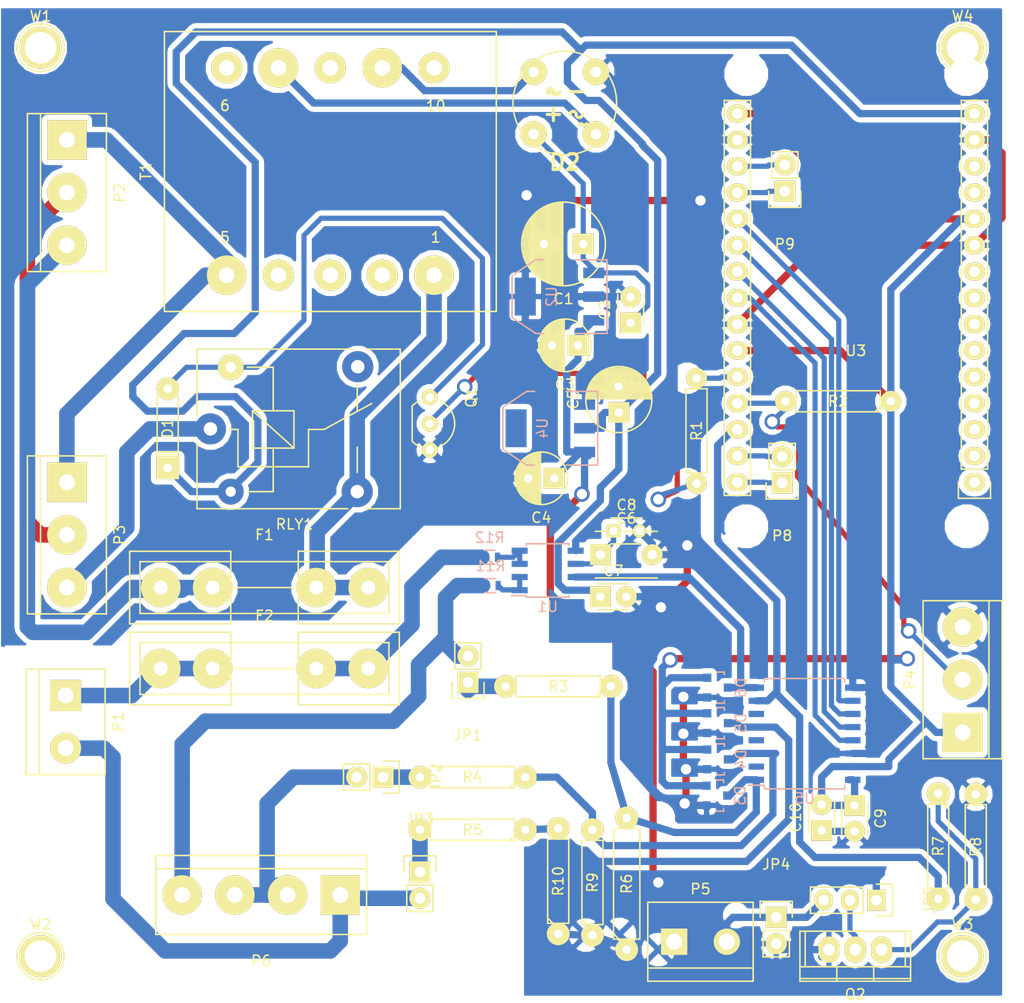
<source format=kicad_pcb>
(kicad_pcb (version 4) (host pcbnew 4.0.2+dfsg1-stable)
  (layers (0 F.Cu signal) (31 B.Cu signal) (34 B.Paste user hide) (35 F.Paste user hide) (36 B.SilkS user) (37 F.SilkS user) (38 B.Mask user hide) (39 F.Mask user) (44 Edge.Cuts user hide))
  (net 0 "")
  (net 1 "Net-(C1-Pad1)")
  (net 2 GND)
  (net 3 DIM+)
  (net 4 +5V)
  (net 5 "Net-(C6-Pad1)")
  (net 6 "Net-(D1-Pad2)")
  (net 7 "Net-(D2-Pad2)")
  (net 8 "Net-(D2-Pad4)")
  (net 9 "Net-(F1-Pad2)")
  (net 10 "Net-(F1-Pad1)")
  (net 11 "Net-(F2-Pad2)")
  (net 12 VAA)
  (net 13 ADC_LED1_IN+)
  (net 14 LED1+)
  (net 15 LED1-)
  (net 16 ADC_LED2_IN-)
  (net 17 LED2-)
  (net 18 DIM-)
  (net 19 "Net-(P2-Pad1)")
  (net 20 Earth_Protective)
  (net 21 "Net-(P3-Pad3)")
  (net 22 +3V3)
  (net 23 DS18b20)
  (net 24 "Net-(P8-Pad1)")
  (net 25 "Net-(P8-Pad2)")
  (net 26 "Net-(P9-Pad1)")
  (net 27 "Net-(P9-Pad2)")
  (net 28 "Net-(Q1-Pad2)")
  (net 29 "Net-(Q2-Pad1)")
  (net 30 LED_ON)
  (net 31 ESP_PWM_OUT)
  (net 32 LED_Current)
  (net 33 MCP_DOUT)
  (net 34 MCP_CLK)
  (net 35 MCP_DIN)
  (net 36 MCP_CS)
  (net 37 ADC_LED_COMON)
  (net 38 "Net-(JP1-Pad1)")
  (net 39 "Net-(JP2-Pad1)")
  (net 40 "Net-(JP3-Pad1)")
  (net 41 "Net-(JP5-Pad2)")
  (net 42 "Net-(R11-Pad1)")
  (net 43 "Net-(R12-Pad1)")
  (module Discret:R4 (layer F.Cu) (at 77.851 139.065 180)
    (fp_text reference R3 (at 0 0 180) (layer F.SilkS))
    (fp_text value 100k)
    (pad 1 thru_hole circle (at -5.08 0 180) (size 2.2 2.2) (drill 0.8128) (layers *.Cu *.Mask F.SilkS) (net 13 ADC_LED1_IN+))
    (pad 2 thru_hole circle (at 5.08 0 180) (size 2.2 2.2) (drill 0.8128) (layers *.Cu *.Mask F.SilkS) (net 38 "Net-(JP1-Pad1)"))
  )
  (module Discret:R4 (layer F.Cu) (at 69.596 147.828 180)
    (fp_text reference R4 (at 0 0 180) (layer F.SilkS))
    (fp_text value 100k)
    (pad 1 thru_hole circle (at -5.08 0 180) (size 2.2 2.2) (drill 0.8128) (layers *.Cu *.Mask F.SilkS) (net 37 ADC_LED_COMON))
    (pad 2 thru_hole circle (at 5.08 0 180) (size 2.2 2.2) (drill 0.8128) (layers *.Cu *.Mask F.SilkS) (net 39 "Net-(JP2-Pad1)"))
  )
  (module Power_Integrations:TO-220 (layer F.Cu) (at 106.4895 164.465 180)
    (fp_text reference Q2 (at 0 -4.318 180) (layer F.SilkS))
    (fp_text value IRL540N)
    (pad 2 thru_hole oval (at 0 0 180) (size 2.032 2.54) (drill 1.143) (layers *.Cu *.Mask F.SilkS) (net 41 "Net-(JP5-Pad2)"))
    (pad 3 thru_hole oval (at 2.54 0 180) (size 2.032 2.54) (drill 1.143) (layers *.Cu *.Mask F.SilkS) (net 2 GND))
    (pad 1 thru_hole oval (at -2.54 0 180) (size 2.032 2.54) (drill 1.143) (layers *.Cu *.Mask F.SilkS) (net 29 "Net-(Q2-Pad1)"))
  )
  (module Connect:bornier3 (layer F.Cu) (at 116.84 138.43 90)
    (fp_text reference P4 (at 0 -5.08 90) (layer F.SilkS))
    (fp_text value DS18b20_1)
    (pad 1 thru_hole rect (at -5.08 0 90) (size 3.81 3.81) (drill 1.524) (layers *.Cu *.Mask F.SilkS) (net 22 +3V3))
    (pad 2 thru_hole circle (at 0 0 90) (size 3.81 3.81) (drill 1.524) (layers *.Cu *.Mask F.SilkS) (net 23 DS18b20))
    (pad 3 thru_hole circle (at 5.08 0 90) (size 3.81 3.81) (drill 1.524) (layers *.Cu *.Mask F.SilkS) (net 2 GND))
  )
  (module Capacitors_ThroughHole:C_Disc_D3_P2.5 (layer F.Cu) (at 103.251 152.972 90)
    (fp_text reference C10 (at 1.25 -2.5 90) (layer F.SilkS))
    (fp_text value 100n)
    (pad 1 thru_hole rect (at 0 0 90) (size 2 2) (drill 0.8) (layers *.Cu *.Mask F.SilkS) (net 2 GND))
    (pad 2 thru_hole circle (at 2.5 0 90) (size 2 2) (drill 0.8001) (layers *.Cu *.Mask F.SilkS) (net 22 +3V3))
  )
  (module Connect:bornier3 (layer F.Cu) (at 30.48 124.46 270)
    (fp_text reference P3 (at 0 -5.08 270) (layer F.SilkS))
    (fp_text value MEAN_WELL)
    (pad 1 thru_hole rect (at -5.08 0 270) (size 3.81 3.81) (drill 1.524) (layers *.Cu *.Mask F.SilkS) (net 19 "Net-(P2-Pad1)"))
    (pad 2 thru_hole circle (at 0 0 270) (size 3.81 3.81) (drill 1.524) (layers *.Cu *.Mask F.SilkS) (net 20 Earth_Protective))
    (pad 3 thru_hole circle (at 5.08 0 270) (size 3.81 3.81) (drill 1.524) (layers *.Cu *.Mask F.SilkS) (net 21 "Net-(P3-Pad3)"))
  )
  (module Capacitors_ThroughHole:C_Radial_D8_L13_P3.8 (layer F.Cu) (at 80.264 96.393 180)
    (fp_text reference C1 (at 1.9 -5.3 180) (layer F.SilkS))
    (fp_text value 470u)
    (pad 1 thru_hole rect (at 0 0 180) (size 2 2) (drill 0.8) (layers *.Cu *.Mask F.SilkS) (net 1 "Net-(C1-Pad1)"))
    (pad 2 thru_hole circle (at 3.8 0 180) (size 2 2) (drill 0.8) (layers *.Cu *.Mask F.SilkS) (net 2 GND))
  )
  (module Capacitors_ThroughHole:C_Radial_D5_L6_P2.5 (layer F.Cu) (at 79.756 106.172 180)
    (fp_text reference C3 (at 1.25 -3.8 180) (layer F.SilkS))
    (fp_text value 22u)
    (pad 1 thru_hole rect (at 0 0 180) (size 2 2) (drill 0.8) (layers *.Cu *.Mask F.SilkS) (net 3 DIM+))
    (pad 2 thru_hole circle (at 2.5 0 180) (size 2 2) (drill 0.8) (layers *.Cu *.Mask F.SilkS) (net 2 GND))
  )
  (module Capacitors_ThroughHole:C_Radial_D5_L11_P2.5 (layer F.Cu) (at 77.47 118.999 180)
    (fp_text reference C4 (at 1.25 -3.8 180) (layer F.SilkS))
    (fp_text value 10u)
    (pad 1 thru_hole rect (at 0 0 180) (size 2 2) (drill 0.8) (layers *.Cu *.Mask F.SilkS) (net 3 DIM+))
    (pad 2 thru_hole circle (at 2.5 0 180) (size 2 2) (drill 0.8) (layers *.Cu *.Mask F.SilkS) (net 2 GND))
  )
  (module Capacitors_ThroughHole:C_Radial_D6.3_L11.2_P2.5 (layer F.Cu) (at 83.693 112.649 90)
    (fp_text reference C5 (at 1.25 -4.4 90) (layer F.SilkS))
    (fp_text value 100u)
    (pad 2 thru_hole circle (at 2.5 0 90) (size 2 2) (drill 0.8) (layers *.Cu *.Mask F.SilkS) (net 2 GND))
    (pad 1 thru_hole rect (at 0 0 90) (size 2 2) (drill 0.8) (layers *.Cu *.Mask F.SilkS) (net 4 +5V))
  )
  (module Discret:D3 (layer F.Cu) (at 40.1955 114.173 270)
    (fp_text reference D1 (at 0 0 270) (layer F.SilkS))
    (fp_text value 1N4148)
    (pad 1 thru_hole rect (at 3.81 0 270) (size 2.2 2.2) (drill 0.8128) (layers *.Cu *.Mask F.SilkS) (net 4 +5V))
    (pad 2 thru_hole circle (at -3.81 0 270) (size 2.2 2.2) (drill 0.8128) (layers *.Cu *.Mask F.SilkS) (net 6 "Net-(D1-Pad2)"))
  )
  (module w_pth_diodes:bridge_wob (layer F.Cu) (at 78.486 82.804)
    (fp_text reference D2 (at 0 5.715) (layer F.SilkS) (effects (font (thickness 0.3048))))
    (fp_text value Diode_Bridge hide)
    (fp_text user ~ (at -1.27 -1.016) (layer F.SilkS) (effects (font (thickness 0.3048))))
    (fp_text user ~ (at 1.778 2.032) (layer F.SilkS) (effects (font (thickness 0.3048))))
    (pad 3 thru_hole circle (at -3 3) (size 2.54 2.54) (drill 1.00076) (layers *.Cu *.Mask F.SilkS) (net 1 "Net-(C1-Pad1)"))
    (pad 2 thru_hole circle (at 3 3) (size 2.54 2.54) (drill 1.00076) (layers *.Cu *.Mask F.SilkS) (net 7 "Net-(D2-Pad2)"))
    (pad 1 thru_hole circle (at 3 -3) (size 2.54 2.54) (drill 1.00076) (layers *.Cu *.Mask F.SilkS) (net 2 GND))
    (pad 4 thru_hole circle (at -3 -3) (size 2.54 2.54) (drill 1.00076) (layers *.Cu *.Mask F.SilkS) (net 8 "Net-(D2-Pad4)"))
  )
  (module Fuse_Holders_and_Fuses:Fuseholder5x20_horiz_open_inline_Type-I (layer F.Cu) (at 49.53 129.54)
    (fp_text reference F1 (at 0 -5.08) (layer F.SilkS))
    (fp_text value FUSE)
    (pad 2 thru_hole circle (at 5.00126 0) (size 3.81 3.81) (drill 1.34874) (layers *.Cu *.Mask F.SilkS) (net 9 "Net-(F1-Pad2)"))
    (pad 2 thru_hole circle (at 9.99998 0) (size 3.81 3.81) (drill 1.34874) (layers *.Cu *.Mask F.SilkS) (net 9 "Net-(F1-Pad2)"))
    (pad 1 thru_hole circle (at -5.00126 0) (size 3.81 3.81) (drill 1.34874) (layers *.Cu *.Mask F.SilkS) (net 10 "Net-(F1-Pad1)"))
    (pad 1 thru_hole circle (at -9.99998 0) (size 3.81 3.81) (drill 1.34874) (layers *.Cu *.Mask F.SilkS) (net 10 "Net-(F1-Pad1)"))
  )
  (module Fuse_Holders_and_Fuses:Fuseholder5x20_horiz_open_inline_Type-I (layer F.Cu) (at 49.53 137.3505)
    (fp_text reference F2 (at 0 -5.08) (layer F.SilkS))
    (fp_text value FUSE)
    (pad 2 thru_hole circle (at 5.00126 0) (size 3.81 3.81) (drill 1.34874) (layers *.Cu *.Mask F.SilkS) (net 11 "Net-(F2-Pad2)"))
    (pad 2 thru_hole circle (at 9.99998 0) (size 3.81 3.81) (drill 1.34874) (layers *.Cu *.Mask F.SilkS) (net 11 "Net-(F2-Pad2)"))
    (pad 1 thru_hole circle (at -5.00126 0) (size 3.81 3.81) (drill 1.34874) (layers *.Cu *.Mask F.SilkS) (net 12 VAA))
    (pad 1 thru_hole circle (at -9.99998 0) (size 3.81 3.81) (drill 1.34874) (layers *.Cu *.Mask F.SilkS) (net 12 VAA))
  )
  (module Pin_Headers:Pin_Header_Straight_1x02 (layer F.Cu) (at 69.1515 138.684 180)
    (fp_text reference JP1 (at 0 -5.1 180) (layer F.SilkS))
    (fp_text value "JUMPER(NC)")
    (pad 1 thru_hole rect (at 0 0 180) (size 2.032 2.032) (drill 1.016) (layers *.Cu *.Mask F.SilkS) (net 38 "Net-(JP1-Pad1)"))
    (pad 2 thru_hole oval (at 0 2.54 180) (size 2.032 2.032) (drill 1.016) (layers *.Cu *.Mask F.SilkS) (net 14 LED1+))
  )
  (module Pin_Headers:Pin_Header_Straight_1x02 (layer F.Cu) (at 60.96 147.828 270)
    (fp_text reference JP2 (at 0 -5.1 270) (layer F.SilkS))
    (fp_text value "JUMPER(NC)")
    (pad 1 thru_hole rect (at 0 0 270) (size 2.032 2.032) (drill 1.016) (layers *.Cu *.Mask F.SilkS) (net 39 "Net-(JP2-Pad1)"))
    (pad 2 thru_hole oval (at 0 2.54 270) (size 2.032 2.032) (drill 1.016) (layers *.Cu *.Mask F.SilkS) (net 15 LED1-))
  )
  (module Pin_Headers:Pin_Header_Straight_1x02 (layer F.Cu) (at 64.516 156.972)
    (fp_text reference JP3 (at 0 -5.1) (layer F.SilkS))
    (fp_text value "JUMPER(NC)")
    (pad 1 thru_hole rect (at 0 0) (size 2.032 2.032) (drill 1.016) (layers *.Cu *.Mask F.SilkS) (net 40 "Net-(JP3-Pad1)"))
    (pad 2 thru_hole oval (at 0 2.54) (size 2.032 2.032) (drill 1.016) (layers *.Cu *.Mask F.SilkS) (net 17 LED2-))
  )
  (module Pin_Headers:Pin_Header_Straight_1x02 (layer F.Cu) (at 98.8695 161.3535)
    (fp_text reference JP4 (at 0 -5.1) (layer F.SilkS))
    (fp_text value JUMPER)
    (pad 1 thru_hole rect (at 0 0) (size 2.032 2.032) (drill 1.016) (layers *.Cu *.Mask F.SilkS) (net 18 DIM-))
    (pad 2 thru_hole oval (at 0 2.54) (size 2.032 2.032) (drill 1.016) (layers *.Cu *.Mask F.SilkS) (net 2 GND))
  )
  (module Connect:bornier3 (layer F.Cu) (at 30.48 91.44 270)
    (fp_text reference P2 (at 0 -5.08 270) (layer F.SilkS))
    (fp_text value 230V)
    (pad 1 thru_hole rect (at -5.08 0 270) (size 3.81 3.81) (drill 1.524) (layers *.Cu *.Mask F.SilkS) (net 19 "Net-(P2-Pad1)"))
    (pad 2 thru_hole circle (at 0 0 270) (size 3.81 3.81) (drill 1.524) (layers *.Cu *.Mask F.SilkS) (net 20 Earth_Protective))
    (pad 3 thru_hole circle (at 5.08 0 270) (size 3.81 3.81) (drill 1.524) (layers *.Cu *.Mask F.SilkS) (net 10 "Net-(F1-Pad1)"))
  )
  (module Connect:bornier4 (layer F.Cu) (at 49.2125 159.1945 180)
    (fp_text reference P6 (at 0 -6.35 180) (layer F.SilkS))
    (fp_text value LEDs)
    (pad 2 thru_hole circle (at -2.54 0 180) (size 3.81 3.81) (drill 1.524) (layers *.Cu *.Mask F.SilkS) (net 15 LED1-))
    (pad 3 thru_hole circle (at 2.54 0 180) (size 3.81 3.81) (drill 1.524) (layers *.Cu *.Mask F.SilkS) (net 15 LED1-))
    (pad 1 thru_hole rect (at -7.62 0 180) (size 3.81 3.81) (drill 1.524) (layers *.Cu *.Mask F.SilkS) (net 17 LED2-))
    (pad 4 thru_hole circle (at 7.62 0 180) (size 3.81 3.81) (drill 1.524) (layers *.Cu *.Mask F.SilkS) (net 14 LED1+))
  )
  (module Pin_Headers:Pin_Header_Straight_1x02 (layer F.Cu) (at 99.441 119.444 180)
    (fp_text reference P8 (at 0 -5.1 180) (layer F.SilkS))
    (fp_text value "ESP_PIN1(NC)")
    (pad 1 thru_hole rect (at 0 0 180) (size 2.032 2.032) (drill 1.016) (layers *.Cu *.Mask F.SilkS) (net 24 "Net-(P8-Pad1)"))
    (pad 2 thru_hole oval (at 0 2.54 180) (size 2.032 2.032) (drill 1.016) (layers *.Cu *.Mask F.SilkS) (net 25 "Net-(P8-Pad2)"))
  )
  (module Pin_Headers:Pin_Header_Straight_1x02 (layer F.Cu) (at 99.695 91.313 180)
    (fp_text reference P9 (at 0 -5.1 180) (layer F.SilkS))
    (fp_text value "ESP_PINS2(NC)")
    (pad 1 thru_hole rect (at 0 0 180) (size 2.032 2.032) (drill 1.016) (layers *.Cu *.Mask F.SilkS) (net 26 "Net-(P9-Pad1)"))
    (pad 2 thru_hole oval (at 0 2.54 180) (size 2.032 2.032) (drill 1.016) (layers *.Cu *.Mask F.SilkS) (net 27 "Net-(P9-Pad2)"))
  )
  (module TO_SOT_Packages_THT:TO-92_Inline_Wide (layer F.Cu) (at 65.4685 111.188 270)
    (fp_text reference Q1 (at 0 -4 450) (layer F.SilkS))
    (fp_text value BC548)
    (pad 2 thru_hole circle (at 2.54 0) (size 1.524 1.524) (drill 0.8) (layers *.Cu *.Mask F.SilkS) (net 28 "Net-(Q1-Pad2)"))
    (pad 3 thru_hole circle (at 5.08 0) (size 1.524 1.524) (drill 0.8) (layers *.Cu *.Mask F.SilkS) (net 2 GND))
    (pad 1 thru_hole circle (at 0 0) (size 1.524 1.524) (drill 0.8) (layers *.Cu *.Mask F.SilkS) (net 6 "Net-(D1-Pad2)"))
  )
  (module Transformers_CHK:Trafo_CHK-EI30-2VA_Neutral (layer F.Cu) (at 55.88 89.408 90)
    (fp_text reference T1 (at 0 -17.78 90) (layer F.SilkS))
    (fp_text value TRANSFO)
    (fp_text user 10 (at 6.35 10.16 180) (layer F.SilkS))
    (fp_text user 6 (at 6.35 -10.16 180) (layer F.SilkS))
    (fp_text user 5 (at -6.35 -10.16 180) (layer F.SilkS))
    (fp_text user 1 (at -6.35 10.16 180) (layer F.SilkS))
    (pad 1 thru_hole circle (at -9.99998 9.99998 90) (size 3.81 3.81) (drill 1.50114) (layers *.Cu *.Mask F.SilkS) (net 9 "Net-(F1-Pad2)"))
    (pad 2 thru_hole circle (at -9.99998 5.00126 90) (size 2.99974 2.99974) (drill 1.50114) (layers *.Cu *.Mask F.SilkS))
    (pad 3 thru_hole circle (at -9.99998 0 90) (size 2.99974 2.99974) (drill 1.50114) (layers *.Cu *.Mask F.SilkS))
    (pad 4 thru_hole circle (at -9.99998 -5.00126 90) (size 2.99974 2.99974) (drill 1.50114) (layers *.Cu *.Mask F.SilkS))
    (pad 5 thru_hole circle (at -9.99998 -9.99998 90) (size 3.81 3.81) (drill 1.50114) (layers *.Cu *.Mask F.SilkS) (net 19 "Net-(P2-Pad1)"))
    (pad 6 thru_hole circle (at 9.99998 -9.99998 90) (size 2.99974 2.99974) (drill 1.50114) (layers *.Cu *.Mask F.SilkS))
    (pad 7 thru_hole circle (at 9.99998 -5.00126 90) (size 3.81 3.81) (drill 1.50114) (layers *.Cu *.Mask F.SilkS) (net 7 "Net-(D2-Pad2)"))
    (pad 8 thru_hole circle (at 9.99998 0 90) (size 2.99974 2.99974) (drill 1.50114) (layers *.Cu *.Mask F.SilkS))
    (pad 9 thru_hole circle (at 9.99998 5.00126 90) (size 3.81 3.81) (drill 1.50114) (layers *.Cu *.Mask F.SilkS) (net 8 "Net-(D2-Pad4)"))
    (pad 10 thru_hole circle (at 9.99998 9.99998 90) (size 2.99974 2.99974) (drill 1.50114) (layers *.Cu *.Mask F.SilkS))
  )
  (module Housings_SOIC:SOIC-8_3.9x4.9mm_Pitch1.27mm (layer B.Cu) (at 76.835 127.889)
    (fp_text reference U1 (at 0 3.5) (layer B.SilkS) (effects (justify mirror)))
    (fp_text value ACS712ELCTR-05B-T)
    (pad 1 smd rect (at -2.7 1.905) (size 1.55 0.6) (layers B.Cu B.Paste B.Mask) (net 42 "Net-(R11-Pad1)"))
    (pad 2 smd rect (at -2.7 0.635) (size 1.55 0.6) (layers B.Cu B.Paste B.Mask) (net 42 "Net-(R11-Pad1)"))
    (pad 3 smd rect (at -2.7 -0.635) (size 1.55 0.6) (layers B.Cu B.Paste B.Mask) (net 43 "Net-(R12-Pad1)"))
    (pad 4 smd rect (at -2.7 -1.905) (size 1.55 0.6) (layers B.Cu B.Paste B.Mask) (net 43 "Net-(R12-Pad1)"))
    (pad 5 smd rect (at 2.7 -1.905) (size 1.55 0.6) (layers B.Cu B.Paste B.Mask) (net 2 GND))
    (pad 6 smd rect (at 2.7 -0.635) (size 1.55 0.6) (layers B.Cu B.Paste B.Mask) (net 5 "Net-(C6-Pad1)"))
    (pad 7 smd rect (at 2.7 0.635) (size 1.55 0.6) (layers B.Cu B.Paste B.Mask) (net 32 LED_Current))
    (pad 8 smd rect (at 2.7 1.905) (size 1.55 0.6) (layers B.Cu B.Paste B.Mask) (net 4 +5V))
  )
  (module TO_SOT_Packages_SMD:SOT-223 (layer B.Cu) (at 77.978 101.473 270)
    (fp_text reference U2 (at 0 0.762 270) (layer B.SilkS) (effects (justify mirror)))
    (fp_text value TLE_4266)
    (pad 4 smd rect (at 0 3.302 270) (size 3.6576 2.032) (layers B.Cu B.Paste B.Mask) (net 2 GND))
    (pad 2 smd rect (at 0 -3.302 270) (size 1.016 2.032) (layers B.Cu B.Paste B.Mask) (net 2 GND))
    (pad 3 smd rect (at 2.286 -3.302 270) (size 1.016 2.032) (layers B.Cu B.Paste B.Mask) (net 3 DIM+))
    (pad 1 smd rect (at -2.286 -3.302 270) (size 1.016 2.032) (layers B.Cu B.Paste B.Mask) (net 1 "Net-(C1-Pad1)"))
  )
  (module nodemcu:NodeMCU_Amica_R2 (layer F.Cu) (at 117.983 119.38 180)
    (fp_text reference U3 (at 11.43 12.68 180) (layer F.SilkS))
    (fp_text value NodeMCU_Amica_R2)
    (pad 1 thru_hole oval (at 0 0 180) (size 2.032 1.7272) (drill 1.016) (layers *.Cu *.Mask F.SilkS))
    (pad 2 thru_hole oval (at 0 2.54 180) (size 2.032 1.7272) (drill 1.016) (layers *.Cu *.Mask F.SilkS))
    (pad 3 thru_hole oval (at 0 5.08 180) (size 2.032 1.7272) (drill 1.016) (layers *.Cu *.Mask F.SilkS))
    (pad 4 thru_hole oval (at 0 7.62 180) (size 2.032 1.7272) (drill 1.016) (layers *.Cu *.Mask F.SilkS))
    (pad 5 thru_hole oval (at 0 10.16 180) (size 2.032 1.7272) (drill 1.016) (layers *.Cu *.Mask F.SilkS))
    (pad 6 thru_hole oval (at 0 12.7 180) (size 2.032 1.7272) (drill 1.016) (layers *.Cu *.Mask F.SilkS))
    (pad 7 thru_hole oval (at 0 15.24 180) (size 2.032 1.7272) (drill 1.016) (layers *.Cu *.Mask F.SilkS))
    (pad 8 thru_hole oval (at 0 17.78 180) (size 2.032 1.7272) (drill 1.016) (layers *.Cu *.Mask F.SilkS))
    (pad 9 thru_hole oval (at 0 20.32 180) (size 2.032 1.7272) (drill 1.016) (layers *.Cu *.Mask F.SilkS))
    (pad 10 thru_hole oval (at 0 22.86 180) (size 2.032 1.7272) (drill 1.016) (layers *.Cu *.Mask F.SilkS) (net 2 GND))
    (pad 11 thru_hole oval (at 0 25.4 180) (size 2.032 1.7272) (drill 1.016) (layers *.Cu *.Mask F.SilkS) (net 22 +3V3))
    (pad 12 thru_hole oval (at 0 27.94 180) (size 2.032 1.7272) (drill 1.016) (layers *.Cu *.Mask F.SilkS))
    (pad 13 thru_hole oval (at 0 30.48 180) (size 2.032 1.7272) (drill 1.016) (layers *.Cu *.Mask F.SilkS))
    (pad 14 thru_hole oval (at 0 33.02 180) (size 2.032 1.7272) (drill 1.016) (layers *.Cu *.Mask F.SilkS) (net 2 GND))
    (pad 15 thru_hole oval (at 0 35.56 180) (size 2.032 1.7272) (drill 1.016) (layers *.Cu *.Mask F.SilkS) (net 4 +5V))
    (pad 30 thru_hole oval (at 22.86 0 180) (size 2.032 1.7272) (drill 1.016) (layers *.Cu *.Mask F.SilkS) (net 24 "Net-(P8-Pad1)"))
    (pad 18 thru_hole oval (at 22.86 30.48 180) (size 2.032 1.7272) (drill 1.016) (layers *.Cu *.Mask F.SilkS) (net 27 "Net-(P9-Pad2)"))
    (pad 17 thru_hole oval (at 22.86 33.02 180) (size 2.032 1.7272) (drill 1.016) (layers *.Cu *.Mask F.SilkS) (net 2 GND))
    (pad 19 thru_hole oval (at 22.86 27.94 180) (size 2.032 1.7272) (drill 1.016) (layers *.Cu *.Mask F.SilkS) (net 26 "Net-(P9-Pad1)"))
    (pad 25 thru_hole oval (at 22.86 12.7 180) (size 2.032 1.7272) (drill 1.016) (layers *.Cu *.Mask F.SilkS) (net 22 +3V3))
    (pad 26 thru_hole oval (at 22.86 10.16 180) (size 2.032 1.7272) (drill 1.016) (layers *.Cu *.Mask F.SilkS) (net 30 LED_ON))
    (pad 24 thru_hole oval (at 22.86 15.24 180) (size 2.032 1.7272) (drill 1.016) (layers *.Cu *.Mask F.SilkS) (net 2 GND))
    (pad 16 thru_hole oval (at 22.86 35.56 180) (size 2.032 1.7272) (drill 1.016) (layers *.Cu *.Mask F.SilkS) (net 22 +3V3))
    (pad 22 thru_hole oval (at 22.86 20.32 180) (size 2.032 1.7272) (drill 1.016) (layers *.Cu *.Mask F.SilkS) (net 33 MCP_DOUT))
    (pad 23 thru_hole oval (at 22.86 17.78 180) (size 2.032 1.7272) (drill 1.016) (layers *.Cu *.Mask F.SilkS) (net 34 MCP_CLK))
    (pad 21 thru_hole oval (at 22.86 22.86 180) (size 2.032 1.7272) (drill 1.016) (layers *.Cu *.Mask F.SilkS) (net 35 MCP_DIN))
    (pad 20 thru_hole oval (at 22.86 25.4 180) (size 2.032 1.7272) (drill 1.016) (layers *.Cu *.Mask F.SilkS) (net 36 MCP_CS))
    (pad 28 thru_hole oval (at 22.86 5.08 180) (size 2.032 1.7272) (drill 1.016) (layers *.Cu *.Mask F.SilkS) (net 31 ESP_PWM_OUT))
    (pad 27 thru_hole oval (at 22.86 7.62 180) (size 2.032 1.7272) (drill 1.016) (layers *.Cu *.Mask F.SilkS) (net 23 DS18b20))
    (pad 29 thru_hole oval (at 22.86 2.54 180) (size 2.032 1.7272) (drill 1.016) (layers *.Cu *.Mask F.SilkS) (net 25 "Net-(P8-Pad2)"))
    (pad "" np_thru_hole circle (at 0.8 39.38 180) (size 3.2 3.2) (drill 3.2) (layers *.Cu *.Mask))
    (pad "" np_thru_hole circle (at 22 39.38 180) (size 3.2 3.2) (drill 3.2) (layers *.Cu *.Mask))
    (pad "" np_thru_hole circle (at 22 -4.25 180) (size 3.2 3.2) (drill 3.2) (layers *.Cu *.Mask))
    (pad "" np_thru_hole circle (at 0.75 -4.25 180) (size 3.2 3.2) (drill 3.2) (layers *.Cu *.Mask))
  )
  (module TO_SOT_Packages_SMD:SOT-223 (layer B.Cu) (at 77.089 114.173 270)
    (fp_text reference U4 (at 0 0.762 270) (layer B.SilkS) (effects (justify mirror)))
    (fp_text value LD1117S50TR)
    (pad 4 smd rect (at 0 3.302 270) (size 3.6576 2.032) (layers B.Cu B.Paste B.Mask))
    (pad 2 smd rect (at 0 -3.302 270) (size 1.016 2.032) (layers B.Cu B.Paste B.Mask) (net 4 +5V))
    (pad 3 smd rect (at 2.286 -3.302 270) (size 1.016 2.032) (layers B.Cu B.Paste B.Mask) (net 3 DIM+))
    (pad 1 smd rect (at -2.286 -3.302 270) (size 1.016 2.032) (layers B.Cu B.Paste B.Mask) (net 2 GND))
  )
  (module Housings_SOIC:SOIC-16_7.5x10.3mm_Pitch1.27mm (layer B.Cu) (at 101.6 143.637)
    (fp_text reference U5 (at 0 6.25) (layer B.SilkS) (effects (justify mirror)))
    (fp_text value MCP3208)
    (pad 1 smd rect (at -4.65 4.445) (size 1.5 0.6) (layers B.Cu B.Paste B.Mask) (net 13 ADC_LED1_IN+))
    (pad 2 smd rect (at -4.65 3.175) (size 1.5 0.6) (layers B.Cu B.Paste B.Mask))
    (pad 3 smd rect (at -4.65 1.905) (size 1.5 0.6) (layers B.Cu B.Paste B.Mask) (net 37 ADC_LED_COMON))
    (pad 4 smd rect (at -4.65 0.635) (size 1.5 0.6) (layers B.Cu B.Paste B.Mask))
    (pad 5 smd rect (at -4.65 -0.635) (size 1.5 0.6) (layers B.Cu B.Paste B.Mask) (net 16 ADC_LED2_IN-))
    (pad 6 smd rect (at -4.65 -1.905) (size 1.5 0.6) (layers B.Cu B.Paste B.Mask))
    (pad 7 smd rect (at -4.65 -3.175) (size 1.5 0.6) (layers B.Cu B.Paste B.Mask) (net 31 ESP_PWM_OUT))
    (pad 8 smd rect (at -4.65 -4.445) (size 1.5 0.6) (layers B.Cu B.Paste B.Mask) (net 32 LED_Current))
    (pad 9 smd rect (at 4.65 -4.445) (size 1.5 0.6) (layers B.Cu B.Paste B.Mask) (net 2 GND))
    (pad 10 smd rect (at 4.65 -3.175) (size 1.5 0.6) (layers B.Cu B.Paste B.Mask) (net 36 MCP_CS))
    (pad 11 smd rect (at 4.65 -1.905) (size 1.5 0.6) (layers B.Cu B.Paste B.Mask) (net 35 MCP_DIN))
    (pad 12 smd rect (at 4.65 -0.635) (size 1.5 0.6) (layers B.Cu B.Paste B.Mask) (net 33 MCP_DOUT))
    (pad 13 smd rect (at 4.65 0.635) (size 1.5 0.6) (layers B.Cu B.Paste B.Mask) (net 34 MCP_CLK))
    (pad 14 smd rect (at 4.65 1.905) (size 1.5 0.6) (layers B.Cu B.Paste B.Mask) (net 2 GND))
    (pad 15 smd rect (at 4.65 3.175) (size 1.5 0.6) (layers B.Cu B.Paste B.Mask) (net 22 +3V3))
    (pad 16 smd rect (at 4.65 4.445) (size 1.5 0.6) (layers B.Cu B.Paste B.Mask) (net 22 +3V3))
  )
  (module TO_SOT_Packages_SMD:SOT-23 (layer B.Cu) (at 93.1545 149.606 90)
    (fp_text reference D3 (at 0 2.25 90) (layer B.SilkS) (effects (justify mirror)))
    (fp_text value BAT54-04)
    (pad 1 smd rect (at -0.95 -1.00076 90) (size 0.8001 0.8001) (layers B.Cu B.Paste B.Mask) (net 2 GND))
    (pad 2 smd rect (at 0.95 -1.00076 90) (size 0.8001 0.8001) (layers B.Cu B.Paste B.Mask) (net 22 +3V3))
    (pad 3 smd rect (at 0 0.99822 90) (size 0.8001 0.8001) (layers B.Cu B.Paste B.Mask) (net 13 ADC_LED1_IN+))
  )
  (module TO_SOT_Packages_SMD:SOT-23 (layer B.Cu) (at 93.218 146.1135 90)
    (fp_text reference D4 (at 0 2.25 90) (layer B.SilkS) (effects (justify mirror)))
    (fp_text value BAT54-04)
    (pad 1 smd rect (at -0.95 -1.00076 90) (size 0.8001 0.8001) (layers B.Cu B.Paste B.Mask) (net 2 GND))
    (pad 2 smd rect (at 0.95 -1.00076 90) (size 0.8001 0.8001) (layers B.Cu B.Paste B.Mask) (net 22 +3V3))
    (pad 3 smd rect (at 0 0.99822 90) (size 0.8001 0.8001) (layers B.Cu B.Paste B.Mask) (net 37 ADC_LED_COMON))
  )
  (module TO_SOT_Packages_SMD:SOT-23 (layer B.Cu) (at 93.218 142.621 90)
    (fp_text reference D5 (at 0 2.25 90) (layer B.SilkS) (effects (justify mirror)))
    (fp_text value BAT54-04)
    (pad 1 smd rect (at -0.95 -1.00076 90) (size 0.8001 0.8001) (layers B.Cu B.Paste B.Mask) (net 2 GND))
    (pad 2 smd rect (at 0.95 -1.00076 90) (size 0.8001 0.8001) (layers B.Cu B.Paste B.Mask) (net 22 +3V3))
    (pad 3 smd rect (at 0 0.99822 90) (size 0.8001 0.8001) (layers B.Cu B.Paste B.Mask) (net 16 ADC_LED2_IN-))
  )
  (module Discret:R4 (layer F.Cu) (at 69.596 152.908 180)
    (fp_text reference R5 (at 0 0 180) (layer F.SilkS))
    (fp_text value "(NC)")
    (pad 1 thru_hole circle (at -5.08 0 180) (size 2.2 2.2) (drill 0.8128) (layers *.Cu *.Mask F.SilkS) (net 16 ADC_LED2_IN-))
    (pad 2 thru_hole circle (at 5.08 0 180) (size 2.2 2.2) (drill 0.8128) (layers *.Cu *.Mask F.SilkS) (net 40 "Net-(JP3-Pad1)"))
  )
  (module Discret:R5 (layer F.Cu) (at 84.455 158.115 90)
    (fp_text reference R6 (at 0 0 90) (layer F.SilkS))
    (fp_text value 3k)
    (pad 1 thru_hole circle (at -6.35 0 90) (size 2.2 2.2) (drill 0.8128) (layers *.Cu *.Mask F.SilkS) (net 2 GND))
    (pad 2 thru_hole circle (at 6.35 0 90) (size 2.2 2.2) (drill 0.8128) (layers *.Cu *.Mask F.SilkS) (net 13 ADC_LED1_IN+))
  )
  (module Discret:R4 (layer F.Cu) (at 81.153 157.988 90)
    (fp_text reference R9 (at 0 0 90) (layer F.SilkS))
    (fp_text value 5k)
    (pad 1 thru_hole circle (at -5.08 0 90) (size 2.2 2.2) (drill 0.8128) (layers *.Cu *.Mask F.SilkS) (net 2 GND))
    (pad 2 thru_hole circle (at 5.08 0 90) (size 2.2 2.2) (drill 0.8128) (layers *.Cu *.Mask F.SilkS) (net 37 ADC_LED_COMON))
  )
  (module Discret:R4 (layer F.Cu) (at 77.851 157.861 90)
    (fp_text reference R10 (at 0 0 90) (layer F.SilkS))
    (fp_text value "(NC)")
    (pad 1 thru_hole circle (at -5.08 0 90) (size 2.2 2.2) (drill 0.8128) (layers *.Cu *.Mask F.SilkS) (net 2 GND))
    (pad 2 thru_hole circle (at 5.08 0 90) (size 2.2 2.2) (drill 0.8128) (layers *.Cu *.Mask F.SilkS) (net 16 ADC_LED2_IN-))
  )
  (module Capacitors_ThroughHole:C_Disc_D6_P5 (layer F.Cu) (at 81.915 126.365)
    (fp_text reference C6 (at 2.5 -3.5) (layer F.SilkS))
    (fp_text value 1n)
    (pad 1 thru_hole rect (at 0 0) (size 2 2) (drill 0.9) (layers *.Cu *.Mask F.SilkS) (net 5 "Net-(C6-Pad1)"))
    (pad 2 thru_hole circle (at 5 0) (size 2 2) (drill 0.9) (layers *.Cu *.Mask F.SilkS) (net 2 GND))
  )
  (module Discret:R4 (layer F.Cu) (at 91.186 114.427 90)
    (fp_text reference R1 (at 0 0 90) (layer F.SilkS))
    (fp_text value 4k7)
    (pad 1 thru_hole circle (at -5.08 0 90) (size 2 2) (drill 0.8128) (layers *.Cu *.Mask F.SilkS) (net 28 "Net-(Q1-Pad2)"))
    (pad 2 thru_hole circle (at 5.08 0 90) (size 2 2) (drill 0.8128) (layers *.Cu *.Mask F.SilkS) (net 30 LED_ON))
  )
  (module Discret:R4 (layer F.Cu) (at 104.838 111.57 180)
    (fp_text reference R2 (at 0 0 180) (layer F.SilkS))
    (fp_text value 4k7)
    (pad 1 thru_hole circle (at -5.08 0 180) (size 2 2) (drill 0.8128) (layers *.Cu *.Mask F.SilkS) (net 22 +3V3))
    (pad 2 thru_hole circle (at 5.08 0 180) (size 2 2) (drill 0.8128) (layers *.Cu *.Mask F.SilkS) (net 23 DS18b20))
  )
  (module Discret:R4 (layer F.Cu) (at 114.4905 154.4955 270)
    (fp_text reference R7 (at 0 0 270) (layer F.SilkS))
    (fp_text value 100)
    (pad 1 thru_hole circle (at -5.08 0 270) (size 2.2 2.2) (drill 0.8128) (layers *.Cu *.Mask F.SilkS) (net 29 "Net-(Q2-Pad1)"))
    (pad 2 thru_hole circle (at 5.08 0 270) (size 2.2 2.2) (drill 0.8128) (layers *.Cu *.Mask F.SilkS) (net 31 ESP_PWM_OUT))
  )
  (module Discret:R4 (layer F.Cu) (at 118.11 154.559 90)
    (fp_text reference R8 (at 0 0 90) (layer F.SilkS))
    (fp_text value 10k)
    (pad 1 thru_hole circle (at -5.08 0 90) (size 2.2 2.2) (drill 0.8128) (layers *.Cu *.Mask F.SilkS) (net 29 "Net-(Q2-Pad1)"))
    (pad 2 thru_hole circle (at 5.08 0 90) (size 2.2 2.2) (drill 0.8128) (layers *.Cu *.Mask F.SilkS) (net 2 GND))
  )
  (module Pin_Headers:Pin_Header_Straight_1x03 (layer F.Cu) (at 108.5215 159.7025 270)
    (fp_text reference JP5 (at 0 -5.1 270) (layer F.SilkS))
    (fp_text value JUMPER3)
    (pad 1 thru_hole rect (at 0 0 270) (size 2.032 1.7272) (drill 1.016) (layers *.Cu *.Mask F.SilkS) (net 3 DIM+))
    (pad 2 thru_hole oval (at 0 2.54 270) (size 2.032 1.7272) (drill 1.016) (layers *.Cu *.Mask F.SilkS) (net 41 "Net-(JP5-Pad2)"))
    (pad 3 thru_hole oval (at 0 5.08 270) (size 2.032 1.7272) (drill 1.016) (layers *.Cu *.Mask F.SilkS) (net 18 DIM-))
  )
  (module Capacitors_ThroughHole:C_Disc_D3_P2.5 (layer F.Cu) (at 106.426 150.558 270)
    (fp_text reference C9 (at 1.25 -2.5 270) (layer F.SilkS))
    (fp_text value 100n)
    (pad 1 thru_hole rect (at 0 0 270) (size 2 2) (drill 0.8) (layers *.Cu *.Mask F.SilkS) (net 22 +3V3))
    (pad 2 thru_hole circle (at 2.5 0 270) (size 2 2) (drill 0.8001) (layers *.Cu *.Mask F.SilkS) (net 2 GND))
  )
  (module Capacitors_ThroughHole:C_Disc_D3_P2.5 (layer F.Cu) (at 84.836 104.013 90)
    (fp_text reference C2 (at 1.25 -2.5 90) (layer F.SilkS))
    (fp_text value 100n)
    (pad 1 thru_hole rect (at 0 0 90) (size 2 2) (drill 0.8) (layers *.Cu *.Mask F.SilkS) (net 1 "Net-(C1-Pad1)"))
    (pad 2 thru_hole circle (at 2.5 0 90) (size 2 2) (drill 0.8001) (layers *.Cu *.Mask F.SilkS) (net 2 GND))
  )
  (module Capacitors_ThroughHole:C_Disc_D3_P2.5 (layer F.Cu) (at 81.915 130.429)
    (fp_text reference C7 (at 1.25 -2.5) (layer F.SilkS))
    (fp_text value 100n)
    (pad 1 thru_hole rect (at 0 0) (size 2 2) (drill 0.8) (layers *.Cu *.Mask F.SilkS) (net 4 +5V))
    (pad 2 thru_hole circle (at 2.5 0) (size 2 2) (drill 0.8001) (layers *.Cu *.Mask F.SilkS) (net 2 GND))
  )
  (module Capacitors_ThroughHole:C_Disc_D3_P2.5 (layer F.Cu) (at 83.185 124.079)
    (fp_text reference C8 (at 1.25 -2.5) (layer F.SilkS))
    (fp_text value NC)
    (pad 1 thru_hole rect (at 0 0) (size 1.3 1.3) (drill 0.8) (layers *.Cu *.Mask F.SilkS) (net 5 "Net-(C6-Pad1)"))
    (pad 2 thru_hole circle (at 2.5 0) (size 1.3 1.3) (drill 0.8001) (layers *.Cu *.Mask F.SilkS) (net 2 GND))
  )
  (module Resistors_SMD:R_0603 (layer B.Cu) (at 71.3105 129.35 180)
    (fp_text reference R11 (at 0 1.9 180) (layer B.SilkS) (effects (justify mirror)))
    (fp_text value 0)
    (pad 1 smd rect (at -0.75 0 180) (size 0.5 0.9) (layers B.Cu B.Paste B.Mask) (net 42 "Net-(R11-Pad1)"))
    (pad 2 smd rect (at 0.75 0 180) (size 0.5 0.9) (layers B.Cu B.Paste B.Mask) (net 14 LED1+))
  )
  (module Resistors_SMD:R_0603 (layer B.Cu) (at 71.247 126.619 180)
    (fp_text reference R12 (at 0 1.9 180) (layer B.SilkS) (effects (justify mirror)))
    (fp_text value 0)
    (pad 1 smd rect (at -0.75 0 180) (size 0.5 0.9) (layers B.Cu B.Paste B.Mask) (net 43 "Net-(R12-Pad1)"))
    (pad 2 smd rect (at 0.75 0 180) (size 0.5 0.9) (layers B.Cu B.Paste B.Mask) (net 11 "Net-(F2-Pad2)"))
  )
  (module Connect:1pin (layer F.Cu) (at 27.94 77.47)
    (fp_text reference W1 (at 0 -3.048) (layer F.SilkS))
    (fp_text value HOLE)
    (pad 1 thru_hole circle (at 0 0) (size 4.064 4.064) (drill 3.048) (layers *.Cu *.Mask F.SilkS))
  )
  (module Connect:1pin (layer F.Cu) (at 27.94 165.1)
    (fp_text reference W2 (at 0 -3.048) (layer F.SilkS))
    (fp_text value HOLE)
    (pad 1 thru_hole circle (at 0 0) (size 4.064 4.064) (drill 3.048) (layers *.Cu *.Mask F.SilkS))
  )
  (module Connect:1pin (layer F.Cu) (at 116.84 165.1)
    (fp_text reference W3 (at 0 -3.048) (layer F.SilkS))
    (fp_text value HOLE)
    (pad 1 thru_hole circle (at 0 0) (size 4.064 4.064) (drill 3.048) (layers *.Cu *.Mask F.SilkS))
  )
  (module Connect:1pin (layer F.Cu) (at 116.84 77.47)
    (fp_text reference W4 (at 0 -3.048) (layer F.SilkS))
    (fp_text value HOLE)
    (pad 1 thru_hole circle (at 0 0) (size 4.064 4.064) (drill 3.048) (layers *.Cu *.Mask F.SilkS))
  )
  (module TO_SOT_Packages_SMD:SOT-23 (layer B.Cu) (at 93.218 139.192 90)
    (fp_text reference D6 (at 0 2.25 90) (layer B.SilkS) (effects (justify mirror)))
    (fp_text value BAT54-04)
    (pad 1 smd rect (at -0.95 -1.00076 90) (size 0.8001 0.8001) (layers B.Cu B.Paste B.Mask) (net 2 GND))
    (pad 2 smd rect (at 0.95 -1.00076 90) (size 0.8001 0.8001) (layers B.Cu B.Paste B.Mask) (net 22 +3V3))
    (pad 3 smd rect (at 0 0.99822 90) (size 0.8001 0.8001) (layers B.Cu B.Paste B.Mask) (net 32 LED_Current))
  )
  (module Relays_ThroughHole:Relay_SANYOU_SRD_Series_Form_C (layer F.Cu) (at 44.323 114.236)
    (fp_text reference RLY1 (at 8.1 9.2) (layer F.SilkS))
    (fp_text value RELAY_T9AS5x1)
    (pad 2 thru_hole circle (at 1.95 6.05 90) (size 2.5 2.5) (drill 1) (layers *.Cu *.Mask) (net 4 +5V))
    (pad 4 thru_hole circle (at 14.15 6.05 90) (size 3 3) (drill 1.3) (layers *.Cu *.Mask) (net 9 "Net-(F1-Pad2)"))
    (pad 5 thru_hole circle (at 14.2 -6 90) (size 3 3) (drill 1.3) (layers *.Cu *.Mask))
    (pad 1 thru_hole circle (at 1.95 -5.95 90) (size 2.5 2.5) (drill 1) (layers *.Cu *.Mask F.SilkS) (net 6 "Net-(D1-Pad2)"))
    (pad 3 thru_hole circle (at 0 0 90) (size 3 3) (drill 1.3) (layers *.Cu *.Mask) (net 21 "Net-(P3-Pad3)"))
  )
  (module Connect:bornier2 (layer F.Cu) (at 30.353 142.494 270)
    (fp_text reference P1 (at 0 -5.08 270) (layer F.SilkS))
    (fp_text value LED_SUPPY)
    (pad 1 thru_hole rect (at -2.54 0 270) (size 3 3) (drill 1.524) (layers *.Cu *.Mask F.SilkS) (net 12 VAA))
    (pad 2 thru_hole circle (at 2.54 0 270) (size 3 3) (drill 1.524) (layers *.Cu *.Mask F.SilkS) (net 17 LED2-))
  )
  (module Connect:bornier2 (layer F.Cu) (at 91.567 163.703)
    (fp_text reference P5 (at 0 -5.08) (layer F.SilkS))
    (fp_text value LED_DIMM)
    (pad 1 thru_hole rect (at -2.54 0) (size 2.54 2.54) (drill 1.524) (layers *.Cu *.Mask F.SilkS) (net 3 DIM+))
    (pad 2 thru_hole circle (at 2.54 0) (size 2.54 2.54) (drill 1.524) (layers *.Cu *.Mask F.SilkS) (net 18 DIM-))
  )
  (segment (start 81.28 99.187) (end 85.344 99.187) (width 0.5) (layer B.Cu) (net 1))
  (segment (start 86.487 102.362) (end 84.836 104.013) (width 0.5) (layer B.Cu) (net 1))
  (segment (start 86.487 100.33) (end 86.487 102.362) (width 0.5) (layer B.Cu) (net 1))
  (segment (start 85.344 99.187) (end 86.487 100.33) (width 0.5) (layer B.Cu) (net 1))
  (segment (start 84.836 104.013) (end 85.344 104.013) (width 0.5) (layer B.Cu) (net 1))
  (segment (start 81.28 99.187) (end 81.28 99.06) (width 0.25) (layer B.Cu) (net 1))
  (segment (start 80.264 90.582) (end 80.264 96.393) (width 0.5) (layer B.Cu) (net 1))
  (segment (start 75.486 85.804) (end 80.264 90.582) (width 0.5) (layer B.Cu) (net 1))
  (segment (start 80.264 97.8535) (end 80.264 96.393) (width 0.5) (layer B.Cu) (net 1))
  (segment (start 81.28 98.8695) (end 80.264 97.8535) (width 0.5) (layer B.Cu) (net 1))
  (segment (start 81.28 99.06) (end 81.28 98.8695) (width 0.25) (layer B.Cu) (net 1))
  (segment (start 81.28 98.8695) (end 81.28 98.679) (width 0.25) (layer B.Cu) (net 1))
  (segment (start 85.979 115.824) (end 85.979 114.427) (width 0.7) (layer B.Cu) (net 2))
  (segment (start 89.027 111.379) (end 89.027 107.696) (width 0.7) (layer B.Cu) (net 2))
  (segment (start 85.979 114.427) (end 89.027 111.379) (width 0.7) (layer B.Cu) (net 2))
  (segment (start 76.464 96.393) (end 76.464 93.355) (width 0.7) (layer B.Cu) (net 2))
  (segment (start 91.567 92.202) (end 89.535 92.202) (width 0.7) (layer B.Cu) (net 2))
  (via (at 91.567 92.202) (size 1.5) (drill 1) (layers F.Cu B.Cu) (net 2))
  (segment (start 75.311 92.202) (end 91.567 92.202) (width 0.7) (layer F.Cu) (net 2))
  (segment (start 74.803 91.694) (end 75.311 92.202) (width 0.7) (layer F.Cu) (net 2))
  (via (at 74.803 91.694) (size 1.5) (drill 1) (layers F.Cu B.Cu) (net 2))
  (segment (start 76.464 93.355) (end 74.803 91.694) (width 0.7) (layer B.Cu) (net 2))
  (segment (start 89.535 92.202) (end 89.408 92.202) (width 0.7) (layer B.Cu) (net 2))
  (segment (start 89.408 92.202) (end 89.535 92.202) (width 0.7) (layer B.Cu) (net 2))
  (segment (start 84.415 130.429) (end 86.741 130.429) (width 0.7) (layer B.Cu) (net 2))
  (segment (start 89.408 126.365) (end 86.915 126.365) (width 0.7) (layer B.Cu) (net 2))
  (segment (start 90.297 125.476) (end 89.408 126.365) (width 0.7) (layer B.Cu) (net 2))
  (via (at 90.297 125.476) (size 1.5) (drill 1) (layers F.Cu B.Cu) (net 2))
  (segment (start 90.297 128.905) (end 90.297 125.476) (width 0.7) (layer F.Cu) (net 2))
  (segment (start 87.757 131.445) (end 90.297 128.905) (width 0.7) (layer F.Cu) (net 2))
  (via (at 87.757 131.445) (size 1.5) (drill 1) (layers F.Cu B.Cu) (net 2))
  (segment (start 86.741 130.429) (end 87.757 131.445) (width 0.7) (layer B.Cu) (net 2))
  (segment (start 83.693 110.149) (end 83.693 106.934) (width 0.7) (layer B.Cu) (net 2))
  (segment (start 83.058 101.473) (end 83.314 101.473) (width 0.7) (layer B.Cu) (net 2))
  (segment (start 83.058 106.299) (end 83.058 101.473) (width 0.7) (layer B.Cu) (net 2))
  (segment (start 83.693 106.934) (end 83.058 106.299) (width 0.7) (layer B.Cu) (net 2))
  (segment (start 89.535 86.36) (end 89.535 92.202) (width 0.7) (layer B.Cu) (net 2))
  (segment (start 89.535 92.202) (end 89.535 107.188) (width 0.7) (layer B.Cu) (net 2))
  (segment (start 89.535 107.188) (end 89.027 107.696) (width 0.7) (layer B.Cu) (net 2))
  (segment (start 85.979 115.824) (end 85.979 120.737) (width 0.7) (layer B.Cu) (net 2))
  (segment (start 85.979 120.737) (end 84.161 122.555) (width 0.7) (layer B.Cu) (net 2))
  (segment (start 74.97 118.999) (end 68.1995 118.999) (width 0.7) (layer B.Cu) (net 2))
  (segment (start 68.1995 118.999) (end 65.4685 116.268) (width 0.7) (layer B.Cu) (net 2))
  (segment (start 79.535 125.984) (end 79.535 125.062) (width 0.7) (layer B.Cu) (net 2))
  (segment (start 79.535 125.062) (end 82.042 122.555) (width 0.7) (layer B.Cu) (net 2))
  (segment (start 82.042 122.555) (end 84.161 122.555) (width 0.7) (layer B.Cu) (net 2))
  (segment (start 84.161 122.555) (end 85.685 124.079) (width 0.7) (layer B.Cu) (net 2))
  (segment (start 86.915 126.365) (end 86.915 125.309) (width 0.7) (layer B.Cu) (net 2))
  (segment (start 86.915 125.309) (end 85.685 124.079) (width 0.7) (layer B.Cu) (net 2))
  (segment (start 92.15374 150.556) (end 90.739 150.556) (width 0.7) (layer B.Cu) (net 2))
  (segment (start 90.17 150.241) (end 90.17 147.066) (width 0.7) (layer F.Cu) (net 2))
  (segment (start 90.043 150.368) (end 90.17 150.241) (width 0.7) (layer F.Cu) (net 2))
  (via (at 90.043 150.368) (size 1.5) (drill 1) (layers F.Cu B.Cu) (net 2))
  (segment (start 90.739 150.556) (end 90.043 150.368) (width 0.7) (layer B.Cu) (net 2))
  (segment (start 92.21724 140.142) (end 89.977 140.142) (width 0.7) (layer B.Cu) (net 2))
  (segment (start 89.916 140.081) (end 89.916 143.637) (width 0.7) (layer F.Cu) (net 2))
  (via (at 89.916 140.081) (size 1.5) (drill 1) (layers F.Cu B.Cu) (net 2))
  (segment (start 89.977 140.142) (end 89.916 140.081) (width 0.7) (layer B.Cu) (net 2))
  (segment (start 92.21724 147.0635) (end 90.1725 147.0635) (width 0.7) (layer B.Cu) (net 2))
  (segment (start 89.982 143.571) (end 92.21724 143.571) (width 0.7) (layer B.Cu) (net 2))
  (segment (start 89.916 143.637) (end 89.982 143.571) (width 0.7) (layer B.Cu) (net 2))
  (via (at 89.916 143.637) (size 1.5) (drill 1) (layers F.Cu B.Cu) (net 2))
  (segment (start 89.916 146.812) (end 89.916 143.637) (width 0.7) (layer F.Cu) (net 2))
  (segment (start 90.17 147.066) (end 89.916 146.812) (width 0.7) (layer F.Cu) (net 2))
  (via (at 90.17 147.066) (size 1.5) (drill 1) (layers F.Cu B.Cu) (net 2))
  (segment (start 90.1725 147.0635) (end 90.17 147.066) (width 0.7) (layer B.Cu) (net 2))
  (segment (start 84.455 164.465) (end 85.344 164.592) (width 0.7) (layer B.Cu) (net 2))
  (segment (start 85.344 164.592) (end 81.153 163.068) (width 0.7) (layer B.Cu) (net 2))
  (segment (start 77.851 162.941) (end 81.0895 163.1315) (width 0.7) (layer B.Cu) (net 2))
  (segment (start 81.0895 163.1315) (end 81.153 163.068) (width 0.7) (layer B.Cu) (net 2))
  (segment (start 103.9495 164.465) (end 99.441 164.465) (width 0.7) (layer B.Cu) (net 2))
  (segment (start 99.441 164.465) (end 98.8695 163.8935) (width 0.7) (layer B.Cu) (net 2))
  (segment (start 103.251 165.1635) (end 103.9495 164.465) (width 0.7) (layer B.Cu) (net 2))
  (segment (start 113.538 125.73) (end 113.538 130.048) (width 0.7) (layer B.Cu) (net 2))
  (segment (start 113.538 130.048) (end 116.84 133.35) (width 0.7) (layer B.Cu) (net 2))
  (segment (start 116.84 133.35) (end 116.84 132.969) (width 0.7) (layer B.Cu) (net 2))
  (segment (start 116.84 96.52) (end 117.983 96.52) (width 0.7) (layer B.Cu) (net 2))
  (segment (start 113.538 99.822) (end 116.84 96.52) (width 0.7) (layer B.Cu) (net 2))
  (segment (start 113.538 125.73) (end 113.538 99.822) (width 0.7) (layer B.Cu) (net 2))
  (segment (start 117.983 86.36) (end 119.38 86.36) (width 0.7) (layer F.Cu) (net 2))
  (segment (start 120.65 93.853) (end 117.983 96.52) (width 0.7) (layer F.Cu) (net 2))
  (segment (start 120.65 87.63) (end 120.65 93.853) (width 0.7) (layer F.Cu) (net 2))
  (segment (start 119.38 86.36) (end 120.65 87.63) (width 0.7) (layer F.Cu) (net 2))
  (segment (start 117.983 96.52) (end 102.743 96.52) (width 0.7) (layer F.Cu) (net 2))
  (segment (start 102.743 96.52) (end 95.123 104.14) (width 0.7) (layer F.Cu) (net 2))
  (segment (start 106.25 139.192) (end 106.25 88.978) (width 0.7) (layer B.Cu) (net 2))
  (segment (start 103.632 86.36) (end 95.123 86.36) (width 0.7) (layer B.Cu) (net 2))
  (segment (start 106.25 88.978) (end 103.632 86.36) (width 0.7) (layer B.Cu) (net 2))
  (segment (start 95.123 86.36) (end 89.535 86.36) (width 0.7) (layer B.Cu) (net 2))
  (segment (start 89.535 86.36) (end 88.9 86.36) (width 0.7) (layer B.Cu) (net 2))
  (segment (start 88.9 86.36) (end 82.344 79.804) (width 0.7) (layer B.Cu) (net 2))
  (segment (start 82.344 79.804) (end 81.486 79.804) (width 0.7) (layer B.Cu) (net 2))
  (segment (start 76.464 97.1559) (end 76.464 96.393) (width 0.7) (layer B.Cu) (net 2))
  (segment (start 74.676 98.9439) (end 76.464 97.1559) (width 0.7) (layer B.Cu) (net 2))
  (segment (start 74.676 101.473) (end 74.676 98.9439) (width 0.7) (layer B.Cu) (net 2))
  (segment (start 74.676 104.002) (end 74.676 101.473) (width 0.7) (layer B.Cu) (net 2))
  (segment (start 77.256 104.002) (end 74.676 104.002) (width 0.7) (layer B.Cu) (net 2))
  (segment (start 77.256 103.781) (end 77.256 104.002) (width 0.7) (layer B.Cu) (net 2))
  (segment (start 79.5637 101.473) (end 77.256 103.781) (width 0.7) (layer B.Cu) (net 2))
  (segment (start 81.28 101.473) (end 79.5637 101.473) (width 0.7) (layer B.Cu) (net 2))
  (segment (start 106.25 139.192) (end 107.7 139.192) (width 0.7) (layer B.Cu) (net 2))
  (segment (start 77.256 104.002) (end 77.256 106.172) (width 0.7) (layer B.Cu) (net 2))
  (segment (start 75.5645 106.172) (end 77.256 106.172) (width 0.7) (layer B.Cu) (net 2))
  (segment (start 65.4685 116.268) (end 75.5645 106.172) (width 0.7) (layer B.Cu) (net 2))
  (segment (start 82.129 110.149) (end 80.391 111.887) (width 0.7) (layer B.Cu) (net 2))
  (segment (start 83.693 110.149) (end 82.129 110.149) (width 0.7) (layer B.Cu) (net 2))
  (segment (start 103.338 153.058) (end 103.251 152.972) (width 0.7) (layer B.Cu) (net 2))
  (segment (start 106.426 153.058) (end 103.338 153.058) (width 0.7) (layer B.Cu) (net 2))
  (segment (start 81.28 101.473) (end 83.314 101.473) (width 0.7) (layer B.Cu) (net 2))
  (segment (start 84.796 101.473) (end 84.836 101.513) (width 0.7) (layer B.Cu) (net 2))
  (segment (start 83.314 101.473) (end 84.796 101.473) (width 0.7) (layer B.Cu) (net 2))
  (segment (start 83.2316 109.6876) (end 83.693 110.149) (width 0.7) (layer B.Cu) (net 2))
  (segment (start 108.462 139.954) (end 107.7 139.192) (width 0.7) (layer B.Cu) (net 2))
  (segment (start 108.462 144.78) (end 108.462 139.954) (width 0.7) (layer B.Cu) (net 2))
  (segment (start 107.7 145.542) (end 108.462 144.78) (width 0.7) (layer B.Cu) (net 2))
  (segment (start 106.25 145.542) (end 107.7 145.542) (width 0.7) (layer B.Cu) (net 2))
  (segment (start 89.535 160.528) (end 89.535 160.274) (width 0.7) (layer B.Cu) (net 3))
  (segment (start 80.391 120.269) (end 80.391 116.459) (width 0.7) (layer B.Cu) (net 3))
  (segment (start 80.137 120.523) (end 80.391 120.269) (width 0.7) (layer B.Cu) (net 3))
  (via (at 80.137 120.523) (size 1.5) (drill 1) (layers F.Cu B.Cu) (net 3))
  (segment (start 77.089 123.571) (end 80.137 120.523) (width 0.7) (layer F.Cu) (net 3))
  (segment (start 77.089 130.175) (end 77.089 123.571) (width 0.7) (layer F.Cu) (net 3))
  (segment (start 81.153 134.239) (end 77.089 130.175) (width 0.7) (layer F.Cu) (net 3))
  (segment (start 83.566 134.239) (end 81.153 134.239) (width 0.7) (layer F.Cu) (net 3))
  (segment (start 86.995 137.668) (end 83.566 134.239) (width 0.7) (layer F.Cu) (net 3))
  (segment (start 86.995 157.48) (end 86.995 137.668) (width 0.7) (layer F.Cu) (net 3))
  (segment (start 87.503 157.988) (end 86.995 157.48) (width 0.7) (layer F.Cu) (net 3))
  (via (at 87.503 157.988) (size 1.5) (drill 1) (layers F.Cu B.Cu) (net 3))
  (segment (start 88.011 158.496) (end 87.503 157.988) (width 0.7) (layer B.Cu) (net 3))
  (segment (start 88.011 158.75) (end 88.011 158.496) (width 0.7) (layer B.Cu) (net 3))
  (segment (start 89.535 160.274) (end 88.011 158.75) (width 0.7) (layer B.Cu) (net 3))
  (segment (start 108.5215 159.7025) (end 108.5215 157.6705) (width 0.7) (layer B.Cu) (net 3))
  (segment (start 89.027 161.036) (end 89.027 163.703) (width 0.7) (layer B.Cu) (net 3))
  (segment (start 91.567 158.496) (end 89.535 160.528) (width 0.7) (layer B.Cu) (net 3))
  (segment (start 89.535 160.528) (end 89.027 161.036) (width 0.7) (layer B.Cu) (net 3))
  (segment (start 95.631 158.496) (end 91.567 158.496) (width 0.7) (layer B.Cu) (net 3))
  (segment (start 96.901 157.226) (end 95.631 158.496) (width 0.7) (layer B.Cu) (net 3))
  (segment (start 108.077 157.226) (end 96.901 157.226) (width 0.7) (layer B.Cu) (net 3))
  (segment (start 108.5215 157.6705) (end 108.077 157.226) (width 0.7) (layer B.Cu) (net 3))
  (segment (start 108.5215 159.7025) (end 108.5215 159.3215) (width 0.7) (layer B.Cu) (net 3))
  (segment (start 80.391 116.459) (end 80.01 116.459) (width 0.7) (layer B.Cu) (net 3))
  (segment (start 80.01 116.459) (end 77.47 118.999) (width 0.7) (layer B.Cu) (net 3))
  (segment (start 80.772 116.84) (end 80.391 116.459) (width 0.7) (layer B.Cu) (net 3))
  (segment (start 80.391 116.459) (end 78.6747 116.459) (width 0.7) (layer B.Cu) (net 3))
  (segment (start 78.6747 116.459) (end 78.6747 108.604) (width 0.7) (layer B.Cu) (net 3))
  (segment (start 78.6747 108.604) (end 79.756 107.522) (width 0.7) (layer B.Cu) (net 3))
  (segment (start 79.756 107.522) (end 79.756 106.172) (width 0.7) (layer B.Cu) (net 3))
  (segment (start 80.2173 104.822) (end 81.28 103.759) (width 0.7) (layer B.Cu) (net 3))
  (segment (start 79.756 104.822) (end 80.2173 104.822) (width 0.7) (layer B.Cu) (net 3))
  (segment (start 79.756 106.172) (end 79.756 104.822) (width 0.7) (layer B.Cu) (net 3))
  (segment (start 87.4395 108.9025) (end 87.4395 88.3285) (width 0.7) (layer B.Cu) (net 4))
  (segment (start 85.979 86.868) (end 85.979 86.741) (width 0.7) (layer B.Cu) (net 4))
  (segment (start 87.4395 88.3285) (end 85.979 86.868) (width 0.7) (layer B.Cu) (net 4))
  (segment (start 83.693 112.649) (end 83.693 118.11) (width 0.7) (layer B.Cu) (net 4))
  (segment (start 78.486 129.794) (end 79.535 129.794) (width 0.7) (layer B.Cu) (net 4))
  (segment (start 77.851 129.159) (end 78.486 129.794) (width 0.7) (layer B.Cu) (net 4))
  (segment (start 77.851 125.222) (end 77.851 129.159) (width 0.7) (layer B.Cu) (net 4))
  (segment (start 81.915 121.158) (end 77.851 125.222) (width 0.7) (layer B.Cu) (net 4))
  (segment (start 81.915 119.888) (end 81.915 121.158) (width 0.7) (layer B.Cu) (net 4))
  (segment (start 83.693 118.11) (end 81.915 119.888) (width 0.7) (layer B.Cu) (net 4))
  (segment (start 81.915 130.429) (end 81.915 130.556) (width 0.7) (layer B.Cu) (net 4))
  (segment (start 81.915 130.429) (end 81.915 130.6195) (width 0.7) (layer B.Cu) (net 4))
  (segment (start 46.273 120.286) (end 46.273 120.097) (width 0.7) (layer B.Cu) (net 4))
  (segment (start 46.273 120.097) (end 48.895 117.475) (width 0.7) (layer B.Cu) (net 4))
  (segment (start 78.232 75.946) (end 80.01 77.724) (width 0.7) (layer B.Cu) (net 4))
  (segment (start 42.926 75.946) (end 78.232 75.946) (width 0.7) (layer B.Cu) (net 4))
  (segment (start 41.021 77.851) (end 42.926 75.946) (width 0.7) (layer B.Cu) (net 4))
  (segment (start 41.021 80.899) (end 41.021 77.851) (width 0.7) (layer B.Cu) (net 4))
  (segment (start 48.641 88.519) (end 41.021 80.899) (width 0.7) (layer B.Cu) (net 4))
  (segment (start 48.641 102.997) (end 48.641 88.519) (width 0.7) (layer B.Cu) (net 4))
  (segment (start 46.609 105.029) (end 48.641 102.997) (width 0.7) (layer B.Cu) (net 4))
  (segment (start 41.783 105.029) (end 46.609 105.029) (width 0.7) (layer B.Cu) (net 4))
  (segment (start 36.83 109.982) (end 41.783 105.029) (width 0.7) (layer B.Cu) (net 4))
  (segment (start 36.83 111.125) (end 36.83 109.982) (width 0.7) (layer B.Cu) (net 4))
  (segment (start 38.227 112.522) (end 36.83 111.125) (width 0.7) (layer B.Cu) (net 4))
  (segment (start 41.656 112.522) (end 38.227 112.522) (width 0.7) (layer B.Cu) (net 4))
  (segment (start 43.053 111.125) (end 41.656 112.522) (width 0.7) (layer B.Cu) (net 4))
  (segment (start 46.736 111.125) (end 43.053 111.125) (width 0.7) (layer B.Cu) (net 4))
  (segment (start 48.895 113.284) (end 46.736 111.125) (width 0.7) (layer B.Cu) (net 4))
  (segment (start 48.895 117.475) (end 48.895 113.284) (width 0.7) (layer B.Cu) (net 4))
  (segment (start 78.74 79.502) (end 78.74 78.994) (width 0.7) (layer B.Cu) (net 4))
  (segment (start 85.979 86.741) (end 81.788 82.55) (width 0.7) (layer B.Cu) (net 4))
  (segment (start 81.788 82.55) (end 80.518 82.55) (width 0.7) (layer B.Cu) (net 4))
  (segment (start 80.518 82.55) (end 78.74 80.772) (width 0.7) (layer B.Cu) (net 4))
  (segment (start 78.74 80.772) (end 78.74 79.502) (width 0.7) (layer B.Cu) (net 4))
  (segment (start 83.693 112.649) (end 87.4395 108.9025) (width 0.7) (layer B.Cu) (net 4))
  (segment (start 78.74 78.994) (end 80.01 77.724) (width 0.7) (layer B.Cu) (net 4))
  (segment (start 80.01 77.724) (end 80.518 77.216) (width 0.7) (layer B.Cu) (net 4))
  (segment (start 106.934 83.82) (end 117.983 83.82) (width 0.7) (layer B.Cu) (net 4))
  (segment (start 100.33 77.216) (end 106.934 83.82) (width 0.7) (layer B.Cu) (net 4))
  (segment (start 80.518 77.216) (end 100.33 77.216) (width 0.7) (layer B.Cu) (net 4))
  (segment (start 46.273 120.286) (end 46.273 119.526) (width 0.7) (layer B.Cu) (net 4))
  (segment (start 81.6453 130.429) (end 81.915 130.429) (width 0.7) (layer B.Cu) (net 4))
  (segment (start 81.0103 129.794) (end 81.6453 130.429) (width 0.7) (layer B.Cu) (net 4))
  (segment (start 79.535 129.794) (end 81.0103 129.794) (width 0.7) (layer B.Cu) (net 4))
  (segment (start 42.499 120.286) (end 40.1955 117.983) (width 0.7) (layer B.Cu) (net 4))
  (segment (start 46.273 120.286) (end 42.499 120.286) (width 0.7) (layer B.Cu) (net 4))
  (segment (start 82.1073 114.173) (end 80.391 114.173) (width 0.7) (layer B.Cu) (net 4))
  (segment (start 82.1073 112.884) (end 82.1073 114.173) (width 0.7) (layer B.Cu) (net 4))
  (segment (start 82.3427 112.649) (end 82.1073 112.884) (width 0.7) (layer B.Cu) (net 4))
  (segment (start 83.693 112.649) (end 82.3427 112.649) (width 0.7) (layer B.Cu) (net 4))
  (segment (start 83.185 124.079) (end 83.185 125.095) (width 0.5) (layer B.Cu) (net 5))
  (segment (start 83.185 125.095) (end 81.915 126.365) (width 0.5) (layer B.Cu) (net 5))
  (segment (start 79.535 127.254) (end 81.026 127.254) (width 0.5) (layer B.Cu) (net 5))
  (segment (start 81.026 127.254) (end 81.915 126.365) (width 0.5) (layer B.Cu) (net 5))
  (segment (start 70.5485 106.108) (end 65.4685 111.188) (width 0.5) (layer B.Cu) (net 6))
  (segment (start 70.5485 97.79) (end 70.5485 106.108) (width 0.5) (layer B.Cu) (net 6))
  (segment (start 66.675 93.9165) (end 70.5485 97.79) (width 0.5) (layer B.Cu) (net 6))
  (segment (start 54.991 93.9165) (end 66.675 93.9165) (width 0.5) (layer B.Cu) (net 6))
  (segment (start 53.34 95.5675) (end 54.991 93.9165) (width 0.5) (layer B.Cu) (net 6))
  (segment (start 53.34 103.759) (end 53.34 95.5675) (width 0.5) (layer B.Cu) (net 6))
  (segment (start 48.813 108.286) (end 53.34 103.759) (width 0.5) (layer B.Cu) (net 6))
  (segment (start 46.273 108.286) (end 48.813 108.286) (width 0.5) (layer B.Cu) (net 6))
  (segment (start 42.018 108.286) (end 46.273 108.286) (width 0.5) (layer B.Cu) (net 6))
  (segment (start 40.1955 110.109) (end 42.018 108.286) (width 0.5) (layer B.Cu) (net 6))
  (segment (start 40.1955 110.363) (end 40.1955 110.109) (width 0.5) (layer B.Cu) (net 6))
  (segment (start 54.2747 82.804) (end 50.8787 79.408) (width 0.7) (layer B.Cu) (net 7))
  (segment (start 78.486 82.804) (end 54.2747 82.804) (width 0.7) (layer B.Cu) (net 7))
  (segment (start 81.486 85.804) (end 78.486 82.804) (width 0.7) (layer B.Cu) (net 7))
  (segment (start 73.6818 81.6082) (end 75.486 79.804) (width 0.7) (layer B.Cu) (net 8))
  (segment (start 64.9688 81.6082) (end 73.6818 81.6082) (width 0.7) (layer B.Cu) (net 8))
  (segment (start 62.7687 79.4081) (end 64.9688 81.6082) (width 0.7) (layer B.Cu) (net 8))
  (segment (start 62.7687 79.408) (end 62.7687 79.4081) (width 0.7) (layer B.Cu) (net 8))
  (segment (start 60.8813 79.408) (end 62.7687 79.408) (width 0.7) (layer B.Cu) (net 8))
  (segment (start 59.52998 129.54) (end 54.53126 129.54) (width 1.5) (layer B.Cu) (net 9))
  (segment (start 54.53126 129.54) (end 54.61 129.46126) (width 1.5) (layer B.Cu) (net 9))
  (segment (start 54.61 129.46126) (end 54.61 124.149) (width 1.5) (layer B.Cu) (net 9))
  (segment (start 54.61 124.149) (end 58.473 120.286) (width 1.5) (layer B.Cu) (net 9))
  (segment (start 65.88 105.57) (end 65.88 99.408) (width 1.5) (layer B.Cu) (net 9))
  (segment (start 58.473 112.977) (end 65.88 105.57) (width 1.5) (layer B.Cu) (net 9))
  (segment (start 58.473 120.286) (end 58.473 112.977) (width 1.5) (layer B.Cu) (net 9))
  (segment (start 30.48 96.52) (end 26.67 100.33) (width 1.5) (layer B.Cu) (net 10))
  (segment (start 27.178 133.858) (end 32.385 133.858) (width 1.5) (layer B.Cu) (net 10))
  (segment (start 26.67 133.35) (end 27.178 133.858) (width 1.5) (layer B.Cu) (net 10))
  (segment (start 26.67 100.33) (end 26.67 133.35) (width 1.5) (layer B.Cu) (net 10))
  (segment (start 39.53002 129.54) (end 36.703 129.54) (width 1.5) (layer B.Cu) (net 10))
  (segment (start 36.703 129.54) (end 32.385 133.858) (width 1.5) (layer B.Cu) (net 10))
  (segment (start 44.52874 129.54) (end 39.53002 129.54) (width 1.5) (layer B.Cu) (net 10))
  (segment (start 41.56202 129.794) (end 36.449 129.794) (width 1.5) (layer B.Cu) (net 10))
  (segment (start 36.449 129.794) (end 32.385 133.858) (width 1.5) (layer B.Cu) (net 10))
  (segment (start 54.53126 137.3505) (end 59.52998 137.3505) (width 1.5) (layer B.Cu) (net 11))
  (segment (start 59.52998 137.3505) (end 63.754 133.12648) (width 1.5) (layer B.Cu) (net 11))
  (segment (start 63.754 133.12648) (end 63.754 129.4765) (width 1.5) (layer B.Cu) (net 11))
  (segment (start 63.754 129.4765) (end 66.6115 126.619) (width 1.5) (layer B.Cu) (net 11))
  (segment (start 66.6115 126.619) (end 70.497 126.619) (width 1.5) (layer B.Cu) (net 11))
  (segment (start 30.48 139.954) (end 36.73602 139.954) (width 1.5) (layer B.Cu) (net 12))
  (segment (start 36.73602 139.954) (end 39.33952 137.3505) (width 1.5) (layer B.Cu) (net 12))
  (segment (start 39.33952 137.3505) (end 44.33824 137.3505) (width 1.5) (layer B.Cu) (net 12))
  (segment (start 84.455 151.638) (end 82.931 146.431) (width 0.7) (layer B.Cu) (net 13))
  (segment (start 82.931 139.065) (end 83.566 139.065) (width 0.7) (layer B.Cu) (net 13))
  (segment (start 82.931 146.431) (end 82.931 139.065) (width 0.7) (layer B.Cu) (net 13))
  (segment (start 84.455 151.765) (end 84.582 151.765) (width 0.7) (layer B.Cu) (net 13))
  (segment (start 84.582 151.765) (end 89.027 153.162) (width 0.7) (layer B.Cu) (net 13))
  (segment (start 96.95 151.208) (end 96.95 148.082) (width 0.7) (layer B.Cu) (net 13))
  (segment (start 94.996 153.162) (end 96.95 151.208) (width 0.7) (layer B.Cu) (net 13))
  (segment (start 89.027 153.162) (end 94.996 153.162) (width 0.7) (layer B.Cu) (net 13))
  (segment (start 84.455 151.765) (end 84.455 151.638) (width 0.7) (layer B.Cu) (net 13))
  (segment (start 94.15272 149.606) (end 94.361 149.606) (width 0.7) (layer B.Cu) (net 13))
  (segment (start 94.361 149.606) (end 95.885 148.082) (width 0.7) (layer B.Cu) (net 13))
  (segment (start 95.885 148.082) (end 96.95 148.082) (width 0.7) (layer B.Cu) (net 13))
  (segment (start 69.1515 136.144) (end 68.199 136.144) (width 1.5) (layer B.Cu) (net 14))
  (segment (start 68.199 136.144) (end 66.70675 134.65175) (width 1.5) (layer B.Cu) (net 14))
  (segment (start 43.815 142.4305) (end 41.5925 144.653) (width 1.5) (layer B.Cu) (net 14))
  (segment (start 64.389 140.0175) (end 61.976 142.4305) (width 1.5) (layer B.Cu) (net 14))
  (segment (start 61.976 142.4305) (end 43.815 142.4305) (width 1.5) (layer B.Cu) (net 14))
  (segment (start 69.7225 129.35) (end 68.135 129.35) (width 1.5) (layer B.Cu) (net 14))
  (segment (start 41.5925 144.653) (end 41.5925 148.082) (width 1.5) (layer B.Cu) (net 14))
  (segment (start 41.5925 148.082) (end 41.5925 159.1945) (width 1.5) (layer B.Cu) (net 14))
  (segment (start 64.389 136.9695) (end 64.389 140.0175) (width 1.5) (layer B.Cu) (net 14))
  (segment (start 66.9925 134.366) (end 66.70675 134.65175) (width 1.5) (layer B.Cu) (net 14))
  (segment (start 66.70675 134.65175) (end 64.389 136.9695) (width 1.5) (layer B.Cu) (net 14))
  (segment (start 66.9925 130.4925) (end 66.9925 134.366) (width 1.5) (layer B.Cu) (net 14))
  (segment (start 68.135 129.35) (end 66.9925 130.4925) (width 1.5) (layer B.Cu) (net 14))
  (segment (start 70.5605 129.35) (end 69.7225 129.35) (width 1.5) (layer B.Cu) (net 14))
  (segment (start 58.42 147.828) (end 52.324 147.828) (width 1.5) (layer B.Cu) (net 15))
  (segment (start 52.324 147.828) (end 49.784 150.368) (width 1.5) (layer B.Cu) (net 15))
  (segment (start 49.784 150.368) (end 49.784 159.1945) (width 1.5) (layer B.Cu) (net 15))
  (segment (start 50.8 158.242) (end 51.7525 159.1945) (width 1.5) (layer B.Cu) (net 15))
  (segment (start 46.6725 159.1945) (end 49.784 159.1945) (width 1.5) (layer B.Cu) (net 15))
  (segment (start 49.784 159.1945) (end 51.7525 159.1945) (width 1.5) (layer B.Cu) (net 15))
  (segment (start 77.851 152.781) (end 77.851 154.178) (width 0.7) (layer B.Cu) (net 16))
  (segment (start 79.629 155.956) (end 85.217 155.956) (width 0.7) (layer B.Cu) (net 16))
  (segment (start 77.851 154.178) (end 79.629 155.956) (width 0.7) (layer B.Cu) (net 16))
  (segment (start 77.851 152.781) (end 77.597 152.781) (width 0.7) (layer B.Cu) (net 16))
  (segment (start 98.806 143.002) (end 96.95 143.002) (width 0.7) (layer B.Cu) (net 16))
  (segment (start 85.217 155.956) (end 96.012 155.956) (width 0.7) (layer B.Cu) (net 16))
  (segment (start 96.012 155.956) (end 100.076 151.892) (width 0.7) (layer B.Cu) (net 16))
  (segment (start 100.076 151.892) (end 100.076 144.272) (width 0.7) (layer B.Cu) (net 16))
  (segment (start 100.076 144.272) (end 98.806 143.002) (width 0.7) (layer B.Cu) (net 16))
  (segment (start 74.676 152.908) (end 77.851 152.781) (width 0.7) (layer B.Cu) (net 16))
  (segment (start 94.21622 142.621) (end 94.996 142.621) (width 0.7) (layer B.Cu) (net 16))
  (segment (start 94.996 142.621) (end 95.377 143.002) (width 0.7) (layer B.Cu) (net 16))
  (segment (start 95.377 143.002) (end 96.95 143.002) (width 0.7) (layer B.Cu) (net 16))
  (segment (start 77.9145 153.162) (end 78.359 152.7175) (width 0.7) (layer B.Cu) (net 16))
  (segment (start 34.925 145.923) (end 34.925 159.5755) (width 1.5) (layer B.Cu) (net 17))
  (segment (start 30.48 145.034) (end 34.036 145.034) (width 1.5) (layer B.Cu) (net 17))
  (segment (start 34.036 145.034) (end 34.925 145.923) (width 1.5) (layer B.Cu) (net 17))
  (segment (start 34.925 159.5755) (end 39.9415 164.592) (width 1.5) (layer B.Cu) (net 17))
  (segment (start 55.88 164.592) (end 39.9415 164.592) (width 1.5) (layer B.Cu) (net 17))
  (segment (start 64.516 159.512) (end 57.15 159.512) (width 1.5) (layer B.Cu) (net 17))
  (segment (start 56.8325 159.1945) (end 56.8325 163.6395) (width 1.5) (layer B.Cu) (net 17))
  (segment (start 56.8325 163.6395) (end 55.88 164.592) (width 1.5) (layer B.Cu) (net 17))
  (segment (start 57.15 159.512) (end 56.8325 159.1945) (width 1.5) (layer B.Cu) (net 17))
  (segment (start 94.107 163.703) (end 94.107 161.925) (width 0.7) (layer B.Cu) (net 18))
  (segment (start 94.6785 161.3535) (end 98.8695 161.3535) (width 0.7) (layer B.Cu) (net 18))
  (segment (start 94.107 161.925) (end 94.6785 161.3535) (width 0.7) (layer B.Cu) (net 18))
  (segment (start 98.8695 161.3535) (end 101.7905 161.3535) (width 0.7) (layer B.Cu) (net 18))
  (segment (start 101.7905 161.3535) (end 103.4415 159.7025) (width 0.7) (layer B.Cu) (net 18))
  (segment (start 30.48 86.36) (end 34.29 86.36) (width 1.5) (layer B.Cu) (net 19))
  (segment (start 34.29 86.36) (end 45.88002 97.95002) (width 1.5) (layer B.Cu) (net 19))
  (segment (start 45.88002 97.95002) (end 45.88002 99.40798) (width 1.5) (layer B.Cu) (net 19))
  (segment (start 43.848 99.408) (end 45.88 99.408) (width 1.5) (layer B.Cu) (net 19))
  (segment (start 30.48 112.776) (end 43.848 99.408) (width 1.5) (layer B.Cu) (net 19))
  (segment (start 30.48 119.38) (end 30.48 112.776) (width 1.5) (layer B.Cu) (net 19))
  (segment (start 30.48 124.46) (end 27.94 124.46) (width 1.5) (layer F.Cu) (net 20))
  (segment (start 26.67 95.25) (end 30.48 91.44) (width 1.5) (layer F.Cu) (net 20))
  (segment (start 26.67 123.19) (end 26.67 95.25) (width 1.5) (layer F.Cu) (net 20))
  (segment (start 27.94 124.46) (end 26.67 123.19) (width 1.5) (layer F.Cu) (net 20))
  (segment (start 36.2585 123.762) (end 30.48 129.54) (width 1.5) (layer B.Cu) (net 21))
  (segment (start 36.2585 116.459) (end 36.2585 123.762) (width 1.5) (layer B.Cu) (net 21))
  (segment (start 38.481 114.236) (end 36.2585 116.459) (width 1.5) (layer B.Cu) (net 21))
  (segment (start 44.323 114.236) (end 38.481 114.236) (width 1.5) (layer B.Cu) (net 21))
  (segment (start 87.884 139.065) (end 87.884 137.287) (width 0.7) (layer B.Cu) (net 22))
  (segment (start 111.379 136.525) (end 109.918 136.525) (width 0.7) (layer B.Cu) (net 22))
  (segment (start 111.506 136.398) (end 111.379 136.525) (width 0.7) (layer B.Cu) (net 22))
  (via (at 111.506 136.398) (size 1.5) (drill 1) (layers F.Cu B.Cu) (net 22))
  (segment (start 88.773 136.398) (end 111.506 136.398) (width 0.7) (layer F.Cu) (net 22))
  (segment (start 88.646 136.525) (end 88.773 136.398) (width 0.7) (layer F.Cu) (net 22))
  (via (at 88.646 136.525) (size 1.5) (drill 1) (layers F.Cu B.Cu) (net 22))
  (segment (start 87.884 137.287) (end 88.646 136.525) (width 0.7) (layer B.Cu) (net 22))
  (segment (start 87.884 145.161) (end 92.21474 145.161) (width 0.7) (layer B.Cu) (net 22))
  (segment (start 92.21474 145.161) (end 92.21724 145.1635) (width 0.7) (layer B.Cu) (net 22))
  (segment (start 92.21724 141.671) (end 88.199 141.671) (width 0.7) (layer B.Cu) (net 22))
  (segment (start 88.199 141.671) (end 87.884 141.986) (width 0.7) (layer B.Cu) (net 22))
  (segment (start 92.15374 148.656) (end 88.331 148.656) (width 0.7) (layer B.Cu) (net 22))
  (segment (start 88.707 138.242) (end 92.21724 138.242) (width 0.7) (layer B.Cu) (net 22))
  (segment (start 87.884 139.065) (end 88.707 138.242) (width 0.7) (layer B.Cu) (net 22))
  (segment (start 87.884 148.209) (end 87.884 145.161) (width 0.7) (layer B.Cu) (net 22))
  (segment (start 87.884 145.161) (end 87.884 141.986) (width 0.7) (layer B.Cu) (net 22))
  (segment (start 87.884 141.986) (end 87.884 139.065) (width 0.7) (layer B.Cu) (net 22))
  (segment (start 88.331 148.656) (end 87.884 148.209) (width 0.7) (layer B.Cu) (net 22))
  (segment (start 109.728 146.812) (end 109.728 146.1135) (width 0.7) (layer B.Cu) (net 22))
  (segment (start 109.728 146.1135) (end 113.31575 142.52575) (width 0.7) (layer B.Cu) (net 22))
  (segment (start 106.25 146.812) (end 109.728 146.812) (width 0.7) (layer B.Cu) (net 22))
  (segment (start 109.918 135.572) (end 109.918 136.525) (width 0.7) (layer B.Cu) (net 22))
  (segment (start 109.918 135.572) (end 109.918 111.57) (width 0.7) (layer B.Cu) (net 22))
  (segment (start 109.918 136.525) (end 109.918 139.128) (width 0.7) (layer B.Cu) (net 22))
  (segment (start 110.39475 139.60475) (end 113.31575 142.52575) (width 0.7) (layer B.Cu) (net 22))
  (segment (start 109.918 139.128) (end 110.39475 139.60475) (width 0.7) (layer B.Cu) (net 22))
  (segment (start 116.84 143.51) (end 114.3 143.51) (width 0.7) (layer B.Cu) (net 22))
  (segment (start 113.31575 142.52575) (end 114.3 143.51) (width 0.7) (layer B.Cu) (net 22))
  (segment (start 106.25 148.082) (end 105.888 148.082) (width 0.7) (layer B.Cu) (net 22))
  (segment (start 103.338 150.558) (end 103.251 150.472) (width 0.7) (layer B.Cu) (net 22))
  (segment (start 106.426 150.558) (end 103.338 150.558) (width 0.7) (layer B.Cu) (net 22))
  (segment (start 106.426 148.258) (end 106.25 148.082) (width 0.7) (layer B.Cu) (net 22))
  (segment (start 106.426 150.558) (end 106.426 148.258) (width 0.7) (layer B.Cu) (net 22))
  (segment (start 109.918 100.774) (end 109.918 111.57) (width 0.7) (layer B.Cu) (net 22))
  (segment (start 116.713 93.98) (end 109.918 100.774) (width 0.7) (layer B.Cu) (net 22))
  (segment (start 117.983 93.98) (end 116.713 93.98) (width 0.7) (layer B.Cu) (net 22))
  (segment (start 97.2066 83.82) (end 95.123 83.82) (width 0.7) (layer F.Cu) (net 22))
  (segment (start 107.404 94.0177) (end 97.2066 83.82) (width 0.7) (layer F.Cu) (net 22))
  (segment (start 107.442 93.98) (end 107.404 94.0177) (width 0.7) (layer F.Cu) (net 22))
  (segment (start 117.983 93.98) (end 107.442 93.98) (width 0.7) (layer F.Cu) (net 22))
  (segment (start 104.267 146.812) (end 106.25 146.812) (width 0.7) (layer B.Cu) (net 22))
  (segment (start 103.251 150.472) (end 103.251 147.828) (width 0.7) (layer B.Cu) (net 22))
  (segment (start 103.251 147.828) (end 104.267 146.812) (width 0.7) (layer B.Cu) (net 22))
  (segment (start 105.028 106.68) (end 95.123 106.68) (width 0.7) (layer F.Cu) (net 22))
  (segment (start 109.918 111.57) (end 105.028 106.68) (width 0.7) (layer F.Cu) (net 22))
  (segment (start 99.758 111.57) (end 99.758 112.2685) (width 0.5) (layer B.Cu) (net 23))
  (segment (start 99.758 112.2685) (end 98.4885 113.538) (width 0.5) (layer B.Cu) (net 23))
  (segment (start 98.9965 114.046) (end 100.916 114.046) (width 0.5) (layer F.Cu) (net 23))
  (segment (start 98.4885 113.538) (end 98.9965 114.046) (width 0.5) (layer F.Cu) (net 23))
  (via (at 98.4885 113.538) (size 1.5) (drill 1) (layers F.Cu B.Cu) (net 23))
  (segment (start 116.84 138.43) (end 116.332 138.43) (width 0.5) (layer B.Cu) (net 23))
  (segment (start 116.332 138.43) (end 111.633 133.731) (width 0.5) (layer B.Cu) (net 23))
  (segment (start 111.175587 133.273587) (end 111.175587 131.455487) (width 0.5) (layer F.Cu) (net 23))
  (segment (start 111.633 133.731) (end 111.175587 133.273587) (width 0.5) (layer F.Cu) (net 23))
  (via (at 111.633 133.731) (size 1.5) (drill 1) (layers F.Cu B.Cu) (net 23))
  (segment (start 111.175587 131.455487) (end 100.916 118.823) (width 0.5) (layer F.Cu) (net 23))
  (segment (start 100.916 118.823) (end 100.916 114.046) (width 0.5) (layer F.Cu) (net 23))
  (segment (start 99.758 111.57) (end 100.076 111.57) (width 0.5) (layer F.Cu) (net 23))
  (segment (start 100.076 111.76) (end 100.076 111.57) (width 0.5) (layer F.Cu) (net 23))
  (segment (start 100.076 111.57) (end 100.076 111.506) (width 0.5) (layer F.Cu) (net 23))
  (segment (start 99.758 111.57) (end 99.885 111.697) (width 0.5) (layer B.Cu) (net 23))
  (segment (start 99.822 111.76) (end 99.885 111.697) (width 0.5) (layer B.Cu) (net 23))
  (segment (start 95.123 111.76) (end 99.822 111.76) (width 0.5) (layer B.Cu) (net 23))
  (segment (start 99.885 111.697) (end 100.076 111.506) (width 0.5) (layer B.Cu) (net 23))
  (segment (start 97.861 119.38) (end 95.123 119.38) (width 0.5) (layer B.Cu) (net 24))
  (segment (start 97.925 119.444) (end 97.861 119.38) (width 0.5) (layer B.Cu) (net 24))
  (segment (start 99.441 119.444) (end 97.925 119.444) (width 0.5) (layer B.Cu) (net 24))
  (segment (start 97.861 116.84) (end 95.123 116.84) (width 0.5) (layer B.Cu) (net 25))
  (segment (start 97.925 116.904) (end 97.861 116.84) (width 0.5) (layer B.Cu) (net 25))
  (segment (start 99.441 116.904) (end 97.925 116.904) (width 0.5) (layer B.Cu) (net 25))
  (segment (start 98.052 91.44) (end 95.123 91.44) (width 0.5) (layer B.Cu) (net 26))
  (segment (start 98.179 91.313) (end 98.052 91.44) (width 0.5) (layer B.Cu) (net 26))
  (segment (start 99.695 91.313) (end 98.179 91.313) (width 0.5) (layer B.Cu) (net 26))
  (segment (start 98.052 88.9) (end 95.123 88.9) (width 0.5) (layer B.Cu) (net 27))
  (segment (start 98.179 88.773) (end 98.052 88.9) (width 0.5) (layer B.Cu) (net 27))
  (segment (start 99.695 88.773) (end 98.179 88.773) (width 0.5) (layer B.Cu) (net 27))
  (segment (start 80.391 108.882) (end 80.602 108.882) (width 0.5) (layer F.Cu) (net 28))
  (segment (start 86.106 108.712) (end 86.106 110.774777) (width 0.5) (layer F.Cu) (net 28))
  (segment (start 84.709 107.315) (end 86.106 108.712) (width 0.5) (layer F.Cu) (net 28))
  (segment (start 82.169 107.315) (end 84.709 107.315) (width 0.5) (layer F.Cu) (net 28))
  (segment (start 80.602 108.882) (end 82.169 107.315) (width 0.5) (layer F.Cu) (net 28))
  (segment (start 65.4685 113.538) (end 68.834 110.1725) (width 0.5) (layer B.Cu) (net 28))
  (segment (start 89.329047 113.997956) (end 86.106 110.774777) (width 0.5) (layer F.Cu) (net 28))
  (segment (start 91.186 119.507) (end 88.011 120.523) (width 0.5) (layer B.Cu) (net 28))
  (segment (start 89.329047 120.190047) (end 89.329047 113.997956) (width 0.5) (layer F.Cu) (net 28))
  (segment (start 87.503 121.031) (end 89.329047 120.190047) (width 0.5) (layer F.Cu) (net 28))
  (via (at 87.503 121.031) (size 1.5) (drill 1) (layers F.Cu B.Cu) (net 28))
  (segment (start 88.011 120.523) (end 87.503 121.031) (width 0.5) (layer B.Cu) (net 28))
  (segment (start 80.391 108.882) (end 70.6755 108.882) (width 0.5) (layer F.Cu) (net 28))
  (via (at 68.834 110.1725) (size 1.5) (drill 1) (layers F.Cu B.Cu) (net 28))
  (segment (start 68.834 110.1725) (end 70.1245 108.882) (width 0.5) (layer F.Cu) (net 28))
  (segment (start 70.1245 108.882) (end 70.528 108.882) (width 0.5) (layer F.Cu) (net 28))
  (segment (start 70.528 108.882) (end 70.6755 109.0295) (width 0.5) (layer F.Cu) (net 28))
  (segment (start 70.6755 109.0295) (end 70.6755 108.882) (width 0.5) (layer F.Cu) (net 28))
  (segment (start 65.4685 113.728) (end 65.4685 113.538) (width 0.5) (layer B.Cu) (net 28))
  (segment (start 114.4905 149.4155) (end 114.4905 152.0825) (width 0.5) (layer B.Cu) (net 29))
  (segment (start 118.11 155.702) (end 118.11 159.639) (width 0.5) (layer B.Cu) (net 29))
  (segment (start 114.4905 152.0825) (end 118.11 155.702) (width 0.5) (layer B.Cu) (net 29))
  (segment (start 109.0295 164.465) (end 111.76 164.465) (width 0.5) (layer B.Cu) (net 29))
  (segment (start 115.951 161.798) (end 118.11 159.639) (width 0.5) (layer B.Cu) (net 29))
  (segment (start 114.427 161.798) (end 115.951 161.798) (width 0.5) (layer B.Cu) (net 29))
  (segment (start 111.76 164.465) (end 114.427 161.798) (width 0.5) (layer B.Cu) (net 29))
  (segment (start 109.0295 164.465) (end 109.0295 163.449) (width 0.5) (layer B.Cu) (net 29))
  (segment (start 93.48 109.347) (end 91.186 109.347) (width 0.5) (layer B.Cu) (net 30))
  (segment (start 93.607 109.22) (end 93.48 109.347) (width 0.5) (layer B.Cu) (net 30))
  (segment (start 95.123 109.22) (end 93.607 109.22) (width 0.5) (layer B.Cu) (net 30))
  (segment (start 95.123 114.3) (end 94.742 114.3) (width 0.7) (layer B.Cu) (net 31))
  (segment (start 94.742 114.3) (end 93.218 115.824) (width 0.7) (layer B.Cu) (net 31))
  (segment (start 93.345 125.095) (end 93.345 125.222) (width 0.7) (layer B.Cu) (net 31))
  (segment (start 93.218 124.968) (end 93.345 125.095) (width 0.7) (layer B.Cu) (net 31))
  (segment (start 93.218 115.824) (end 93.218 124.968) (width 0.7) (layer B.Cu) (net 31))
  (segment (start 114.4905 159.5755) (end 114.4905 157.4165) (width 0.7) (layer B.Cu) (net 31))
  (segment (start 98.806 139.7) (end 98.933 139.7) (width 0.7) (layer B.Cu) (net 31))
  (segment (start 101.126002 142.020002) (end 98.806 139.7) (width 0.7) (layer B.Cu) (net 31))
  (segment (start 101.126002 154.085002) (end 101.126002 142.020002) (width 0.7) (layer B.Cu) (net 31))
  (segment (start 102.616 155.575) (end 101.126002 154.085002) (width 0.7) (layer B.Cu) (net 31))
  (segment (start 112.649 155.575) (end 102.616 155.575) (width 0.7) (layer B.Cu) (net 31))
  (segment (start 114.4905 157.4165) (end 112.649 155.575) (width 0.7) (layer B.Cu) (net 31))
  (segment (start 96.95 140.462) (end 98.044 140.462) (width 0.7) (layer B.Cu) (net 31))
  (segment (start 98.933 130.81) (end 93.345 125.222) (width 0.7) (layer B.Cu) (net 31))
  (segment (start 98.933 139.573) (end 98.933 139.7) (width 0.7) (layer B.Cu) (net 31))
  (segment (start 98.933 139.7) (end 98.933 130.81) (width 0.7) (layer B.Cu) (net 31))
  (segment (start 98.044 140.462) (end 98.933 139.573) (width 0.7) (layer B.Cu) (net 31))
  (segment (start 90.424 128.524) (end 79.535 128.524) (width 0.7) (layer B.Cu) (net 32))
  (segment (start 95.4405 133.54) (end 90.424 128.524) (width 0.7) (layer B.Cu) (net 32))
  (segment (start 95.4405 139.192) (end 95.4405 133.54) (width 0.7) (layer B.Cu) (net 32))
  (segment (start 94.2162 139.192) (end 95.4405 139.192) (width 0.7) (layer B.Cu) (net 32))
  (segment (start 95.4405 139.192) (end 96.95 139.192) (width 0.7) (layer B.Cu) (net 32))
  (segment (start 103.4988 107.4358) (end 95.123 99.06) (width 0.5) (layer B.Cu) (net 33))
  (segment (start 103.4988 141.5008) (end 103.4988 107.4358) (width 0.5) (layer B.Cu) (net 33))
  (segment (start 105 143.002) (end 103.4988 141.5008) (width 0.5) (layer B.Cu) (net 33))
  (segment (start 106.25 143.002) (end 105 143.002) (width 0.5) (layer B.Cu) (net 33))
  (segment (start 95.123 101.6) (end 96.3295 101.6) (width 0.5) (layer B.Cu) (net 34))
  (segment (start 103.251 142.5575) (end 103.251 142.523) (width 0.5) (layer B.Cu) (net 34))
  (segment (start 103.251 142.494) (end 103.251 142.5575) (width 0.5) (layer B.Cu) (net 34))
  (segment (start 102.616 141.859) (end 103.251 142.494) (width 0.5) (layer B.Cu) (net 34))
  (segment (start 102.616 107.8865) (end 102.616 141.859) (width 0.5) (layer B.Cu) (net 34))
  (segment (start 96.3295 101.6) (end 102.616 107.8865) (width 0.5) (layer B.Cu) (net 34))
  (segment (start 105 144.272) (end 103.251 142.523) (width 0.5) (layer B.Cu) (net 34))
  (segment (start 106.25 144.272) (end 105 144.272) (width 0.5) (layer B.Cu) (net 34))
  (segment (start 104.1992 105.5962) (end 95.123 96.52) (width 0.5) (layer B.Cu) (net 35))
  (segment (start 104.1992 140.9312) (end 104.1992 105.5962) (width 0.5) (layer B.Cu) (net 35))
  (segment (start 105 141.732) (end 104.1992 140.9312) (width 0.5) (layer B.Cu) (net 35))
  (segment (start 106.25 141.732) (end 105 141.732) (width 0.5) (layer B.Cu) (net 35))
  (segment (start 104.8996 103.7566) (end 95.123 93.98) (width 0.5) (layer B.Cu) (net 36))
  (segment (start 104.8996 140.3616) (end 104.8996 103.7566) (width 0.5) (layer B.Cu) (net 36))
  (segment (start 105 140.462) (end 104.8996 140.3616) (width 0.5) (layer B.Cu) (net 36))
  (segment (start 106.25 140.462) (end 105 140.462) (width 0.5) (layer B.Cu) (net 36))
  (segment (start 81.153 152.908) (end 81.153 153.289) (width 0.7) (layer B.Cu) (net 37))
  (segment (start 81.153 153.289) (end 82.296 154.432) (width 0.7) (layer B.Cu) (net 37))
  (segment (start 82.296 154.432) (end 88.646 154.432) (width 0.7) (layer B.Cu) (net 37))
  (segment (start 81.153 152.908) (end 81.153 151.257) (width 0.7) (layer B.Cu) (net 37))
  (segment (start 77.724 147.828) (end 74.676 147.828) (width 0.7) (layer B.Cu) (net 37))
  (segment (start 81.153 151.257) (end 77.724 147.828) (width 0.7) (layer B.Cu) (net 37))
  (segment (start 96.95 145.542) (end 98.806 145.542) (width 0.7) (layer B.Cu) (net 37))
  (segment (start 95.504 154.432) (end 88.646 154.432) (width 0.7) (layer B.Cu) (net 37))
  (segment (start 98.552 151.384) (end 95.504 154.432) (width 0.7) (layer B.Cu) (net 37))
  (segment (start 98.552 145.796) (end 98.552 151.384) (width 0.7) (layer B.Cu) (net 37))
  (segment (start 98.806 145.542) (end 98.552 145.796) (width 0.7) (layer B.Cu) (net 37))
  (segment (start 94.21622 146.1135) (end 94.742 146.1135) (width 0.7) (layer B.Cu) (net 37))
  (segment (start 95.3135 145.542) (end 96.95 145.542) (width 0.7) (layer B.Cu) (net 37))
  (segment (start 94.742 146.1135) (end 95.3135 145.542) (width 0.7) (layer B.Cu) (net 37))
  (segment (start 69.5325 139.065) (end 72.771 139.065) (width 1.5) (layer B.Cu) (net 38))
  (segment (start 69.1515 139.446) (end 69.5325 139.065) (width 1.5) (layer B.Cu) (net 38))
  (segment (start 69.1515 138.684) (end 69.1515 139.446) (width 1.5) (layer B.Cu) (net 38))
  (segment (start 60.96 147.828) (end 64.516 147.828) (width 1.5) (layer B.Cu) (net 39))
  (segment (start 64.516 156.972) (end 64.516 152.908) (width 1.5) (layer B.Cu) (net 40))
  (segment (start 106.4895 164.465) (end 106.4895 163.1315) (width 0.5) (layer B.Cu) (net 41))
  (segment (start 105.9815 162.6235) (end 105.9815 159.7025) (width 0.5) (layer B.Cu) (net 41))
  (segment (start 106.4895 163.1315) (end 105.9815 162.6235) (width 0.5) (layer B.Cu) (net 41))
  (segment (start 74.135 128.524) (end 74.135 129.794) (width 0.5) (layer B.Cu) (net 42))
  (segment (start 72.4745 129.764) (end 72.0605 129.35) (width 0.5) (layer B.Cu) (net 42))
  (segment (start 74.1045 129.764) (end 72.4745 129.764) (width 0.5) (layer B.Cu) (net 42))
  (segment (start 74.135 129.794) (end 74.1045 129.764) (width 0.5) (layer B.Cu) (net 42))
  (segment (start 73.5 126.619) (end 74.135 125.984) (width 0.5) (layer B.Cu) (net 43))
  (segment (start 71.997 126.619) (end 73.5 126.619) (width 0.5) (layer B.Cu) (net 43))
  (segment (start 74.135 125.984) (end 74.135 127.254) (width 0.5) (layer B.Cu) (net 43))
  (zone (net 2) (net_name GND) (layer B.Cu) (connect_pads (clearance 0.508)) (min_thickness 0.254) (fill yes (arc_segments 16) (thermal_gap 0.508) (thermal_bridge_width 0.508))
    (polygon (pts (xy 120.65 168.91) (xy 120.65 73.66) (xy 24.13 73.66) (xy 24.13 168.91)))
  )
  (zone (net 0) (net_name "") (layer B.Cu) (connect_pads (clearance 0.508)) (min_thickness 0.254)
    (keepout (tracks allowed) (vias allowed) (copperpour not_allowed))
    (fill (arc_segments 16) (thermal_gap 0.508) (thermal_bridge_width 0.508))
    (polygon (pts (xy 24.257 135.255) (xy 24.3205 135.255) (xy 24.3205 135.3185) (xy 24.257 135.255)))
  )
  (zone (net 0) (net_name "") (layer B.Cu) (connect_pads (clearance 0.508)) (min_thickness 0.254)
    (keepout (tracks allowed) (vias allowed) (copperpour not_allowed))
    (fill (arc_segments 16) (thermal_gap 0.508) (thermal_bridge_width 0.508))
    (polygon (pts (xy 76.962 134.874) (xy 83.058 134.874) (xy 83.058 138.176) (xy 74.549 146.685) (xy 74.549 168.783) (xy 24.511 168.783) (xy 24.511 135.128) (xy 34.798 135.128) (xy 37.211 132.715) (xy 55.753 132.715) (xy 64.897 123.571) (xy 76.962 123.571) (xy 76.962 134.874)))
  )
)
</source>
